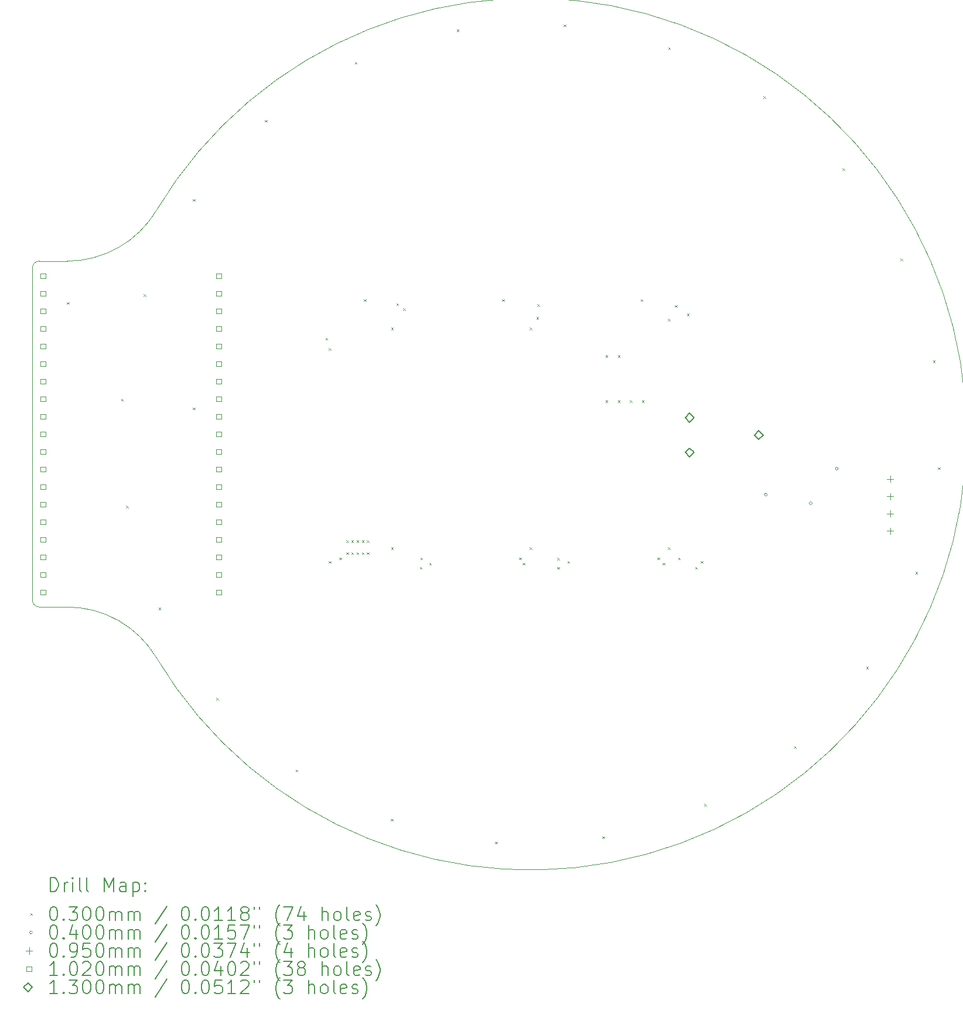
<source format=gbr>
%TF.GenerationSoftware,KiCad,Pcbnew,7.0.8*%
%TF.CreationDate,2023-11-22T21:49:50+11:00*%
%TF.ProjectId,Line 4.3,4c696e65-2034-42e3-932e-6b696361645f,rev?*%
%TF.SameCoordinates,Original*%
%TF.FileFunction,Drillmap*%
%TF.FilePolarity,Positive*%
%FSLAX45Y45*%
G04 Gerber Fmt 4.5, Leading zero omitted, Abs format (unit mm)*
G04 Created by KiCad (PCBNEW 7.0.8) date 2023-11-22 21:49:50*
%MOMM*%
%LPD*%
G01*
G04 APERTURE LIST*
%ADD10C,0.010000*%
%ADD11C,0.200000*%
%ADD12C,0.030000*%
%ADD13C,0.040000*%
%ADD14C,0.095000*%
%ADD15C,0.102000*%
%ADD16C,0.130000*%
G04 APERTURE END LIST*
D10*
X7800000Y-12600000D02*
X7800000Y-17400000D01*
X7900000Y-17500000D02*
X8303732Y-17500000D01*
X8303732Y-12500000D02*
X7900000Y-12500000D01*
X7800000Y-17400000D02*
G75*
G03*
X7900000Y-17500000I100000J0D01*
G01*
X8303732Y-12500000D02*
G75*
G03*
X9591476Y-11769231I1J1499999D01*
G01*
X7900000Y-12500000D02*
G75*
G03*
X7800000Y-12600000I0J-100000D01*
G01*
X9591474Y-18230770D02*
G75*
G03*
X8303732Y-17500000I-1287744J-769230D01*
G01*
X9591476Y-18230769D02*
G75*
G03*
X9591476Y-11769231I5408524J3230769D01*
G01*
D11*
D12*
X8300250Y-13094750D02*
X8330250Y-13124750D01*
X8330250Y-13094750D02*
X8300250Y-13124750D01*
X9080000Y-14490000D02*
X9110000Y-14520000D01*
X9110000Y-14490000D02*
X9080000Y-14520000D01*
X9153093Y-16035193D02*
X9183093Y-16065193D01*
X9183093Y-16035193D02*
X9153093Y-16065193D01*
X9409323Y-12978540D02*
X9439323Y-13008540D01*
X9439323Y-12978540D02*
X9409323Y-13008540D01*
X9623620Y-17508817D02*
X9653620Y-17538817D01*
X9653620Y-17508817D02*
X9623620Y-17538817D01*
X10118620Y-11603817D02*
X10148620Y-11633817D01*
X10148620Y-11603817D02*
X10118620Y-11633817D01*
X10118750Y-14618750D02*
X10148750Y-14648750D01*
X10148750Y-14618750D02*
X10118750Y-14648750D01*
X10459517Y-18810448D02*
X10489517Y-18840448D01*
X10489517Y-18810448D02*
X10459517Y-18840448D01*
X11159552Y-10459517D02*
X11189552Y-10489517D01*
X11189552Y-10459517D02*
X11159552Y-10489517D01*
X11603817Y-19851380D02*
X11633817Y-19881380D01*
X11633817Y-19851380D02*
X11603817Y-19881380D01*
X12035000Y-13610000D02*
X12065000Y-13640000D01*
X12065000Y-13610000D02*
X12035000Y-13640000D01*
X12085000Y-13760000D02*
X12115000Y-13790000D01*
X12115000Y-13760000D02*
X12085000Y-13790000D01*
X12085000Y-16835000D02*
X12115000Y-16865000D01*
X12115000Y-16835000D02*
X12085000Y-16865000D01*
X12235000Y-16785000D02*
X12265000Y-16815000D01*
X12265000Y-16785000D02*
X12235000Y-16815000D01*
X12335000Y-16535000D02*
X12365000Y-16565000D01*
X12365000Y-16535000D02*
X12335000Y-16565000D01*
X12335000Y-16710000D02*
X12365000Y-16740000D01*
X12365000Y-16710000D02*
X12335000Y-16740000D01*
X12410000Y-16535000D02*
X12440000Y-16565000D01*
X12440000Y-16535000D02*
X12410000Y-16565000D01*
X12410000Y-16710000D02*
X12440000Y-16740000D01*
X12440000Y-16710000D02*
X12410000Y-16740000D01*
X12461183Y-9623620D02*
X12491183Y-9653620D01*
X12491183Y-9623620D02*
X12461183Y-9653620D01*
X12485000Y-16535000D02*
X12515000Y-16565000D01*
X12515000Y-16535000D02*
X12485000Y-16565000D01*
X12485000Y-16710000D02*
X12515000Y-16740000D01*
X12515000Y-16710000D02*
X12485000Y-16740000D01*
X12560000Y-16535000D02*
X12590000Y-16565000D01*
X12590000Y-16535000D02*
X12560000Y-16565000D01*
X12560000Y-16710000D02*
X12590000Y-16740000D01*
X12590000Y-16710000D02*
X12560000Y-16740000D01*
X12590000Y-13050000D02*
X12620000Y-13080000D01*
X12620000Y-13050000D02*
X12590000Y-13080000D01*
X12635000Y-16535000D02*
X12665000Y-16565000D01*
X12665000Y-16535000D02*
X12635000Y-16565000D01*
X12635000Y-16710000D02*
X12665000Y-16740000D01*
X12665000Y-16710000D02*
X12635000Y-16740000D01*
X12978540Y-20560677D02*
X13008540Y-20590677D01*
X13008540Y-20560677D02*
X12978540Y-20590677D01*
X12985000Y-13460000D02*
X13015000Y-13490000D01*
X13015000Y-13460000D02*
X12985000Y-13490000D01*
X12985000Y-16635000D02*
X13015000Y-16665000D01*
X13015000Y-16635000D02*
X12985000Y-16665000D01*
X13060000Y-13110000D02*
X13090000Y-13140000D01*
X13090000Y-13110000D02*
X13060000Y-13140000D01*
X13160000Y-13180000D02*
X13190000Y-13210000D01*
X13190000Y-13180000D02*
X13160000Y-13210000D01*
X13400000Y-16920000D02*
X13430000Y-16950000D01*
X13430000Y-16920000D02*
X13400000Y-16950000D01*
X13410000Y-16785000D02*
X13440000Y-16815000D01*
X13440000Y-16785000D02*
X13410000Y-16815000D01*
X13535000Y-16860000D02*
X13565000Y-16890000D01*
X13565000Y-16860000D02*
X13535000Y-16890000D01*
X13934807Y-9153093D02*
X13964807Y-9183093D01*
X13964807Y-9153093D02*
X13934807Y-9183093D01*
X14490000Y-20890000D02*
X14520000Y-20920000D01*
X14520000Y-20890000D02*
X14490000Y-20920000D01*
X14590000Y-13050000D02*
X14620000Y-13080000D01*
X14620000Y-13050000D02*
X14590000Y-13080000D01*
X14835000Y-16785000D02*
X14865000Y-16815000D01*
X14865000Y-16785000D02*
X14835000Y-16815000D01*
X14885000Y-16860000D02*
X14915000Y-16890000D01*
X14915000Y-16860000D02*
X14885000Y-16890000D01*
X14985000Y-13460000D02*
X15015000Y-13490000D01*
X15015000Y-13460000D02*
X14985000Y-13490000D01*
X14985000Y-16635000D02*
X15015000Y-16665000D01*
X15015000Y-16635000D02*
X14985000Y-16665000D01*
X15085000Y-13310000D02*
X15115000Y-13340000D01*
X15115000Y-13310000D02*
X15085000Y-13340000D01*
X15097500Y-13122500D02*
X15127500Y-13152500D01*
X15127500Y-13122500D02*
X15097500Y-13152500D01*
X15385000Y-16790000D02*
X15415000Y-16820000D01*
X15415000Y-16790000D02*
X15385000Y-16820000D01*
X15385000Y-16920000D02*
X15415000Y-16950000D01*
X15415000Y-16920000D02*
X15385000Y-16950000D01*
X15480000Y-9080000D02*
X15510000Y-9110000D01*
X15510000Y-9080000D02*
X15480000Y-9110000D01*
X15535000Y-16835000D02*
X15565000Y-16865000D01*
X15565000Y-16835000D02*
X15535000Y-16865000D01*
X16035193Y-20816907D02*
X16065193Y-20846907D01*
X16065193Y-20816907D02*
X16035193Y-20846907D01*
X16085000Y-13860000D02*
X16115000Y-13890000D01*
X16115000Y-13860000D02*
X16085000Y-13890000D01*
X16085000Y-14510000D02*
X16115000Y-14540000D01*
X16115000Y-14510000D02*
X16085000Y-14540000D01*
X16260000Y-13860000D02*
X16290000Y-13890000D01*
X16290000Y-13860000D02*
X16260000Y-13890000D01*
X16260000Y-14510000D02*
X16290000Y-14540000D01*
X16290000Y-14510000D02*
X16260000Y-14540000D01*
X16435000Y-14510000D02*
X16465000Y-14540000D01*
X16465000Y-14510000D02*
X16435000Y-14540000D01*
X16590000Y-13050000D02*
X16620000Y-13080000D01*
X16620000Y-13050000D02*
X16590000Y-13080000D01*
X16610000Y-14510000D02*
X16640000Y-14540000D01*
X16640000Y-14510000D02*
X16610000Y-14540000D01*
X16835000Y-16785000D02*
X16865000Y-16815000D01*
X16865000Y-16785000D02*
X16835000Y-16815000D01*
X16910000Y-16860000D02*
X16940000Y-16890000D01*
X16940000Y-16860000D02*
X16910000Y-16890000D01*
X16985000Y-13335000D02*
X17015000Y-13365000D01*
X17015000Y-13335000D02*
X16985000Y-13365000D01*
X16985000Y-16635000D02*
X17015000Y-16665000D01*
X17015000Y-16635000D02*
X16985000Y-16665000D01*
X16991460Y-9409323D02*
X17021460Y-9439323D01*
X17021460Y-9409323D02*
X16991460Y-9439323D01*
X17085000Y-13135000D02*
X17115000Y-13165000D01*
X17115000Y-13135000D02*
X17085000Y-13165000D01*
X17135000Y-16785000D02*
X17165000Y-16815000D01*
X17165000Y-16785000D02*
X17135000Y-16815000D01*
X17260000Y-13260000D02*
X17290000Y-13290000D01*
X17290000Y-13260000D02*
X17260000Y-13290000D01*
X17380000Y-16920000D02*
X17410000Y-16950000D01*
X17410000Y-16920000D02*
X17380000Y-16950000D01*
X17460000Y-16835000D02*
X17490000Y-16865000D01*
X17490000Y-16835000D02*
X17460000Y-16865000D01*
X17508817Y-20346380D02*
X17538817Y-20376380D01*
X17538817Y-20346380D02*
X17508817Y-20376380D01*
X18366183Y-10118620D02*
X18396183Y-10148620D01*
X18396183Y-10118620D02*
X18366183Y-10148620D01*
X18810448Y-19510483D02*
X18840448Y-19540483D01*
X18840448Y-19510483D02*
X18810448Y-19540483D01*
X19510483Y-11159552D02*
X19540483Y-11189552D01*
X19540483Y-11159552D02*
X19510483Y-11189552D01*
X19851380Y-18366183D02*
X19881380Y-18396183D01*
X19881380Y-18366183D02*
X19851380Y-18396183D01*
X20346380Y-12461183D02*
X20376380Y-12491183D01*
X20376380Y-12461183D02*
X20346380Y-12491183D01*
X20560677Y-16991460D02*
X20590677Y-17021460D01*
X20590677Y-16991460D02*
X20560677Y-17021460D01*
X20816907Y-13934807D02*
X20846907Y-13964807D01*
X20846907Y-13934807D02*
X20816907Y-13964807D01*
X20890000Y-15480000D02*
X20920000Y-15510000D01*
X20920000Y-15480000D02*
X20890000Y-15510000D01*
D13*
X18420000Y-15875000D02*
G75*
G03*
X18420000Y-15875000I-20000J0D01*
G01*
X19070000Y-16000000D02*
G75*
G03*
X19070000Y-16000000I-20000J0D01*
G01*
X19445000Y-15500000D02*
G75*
G03*
X19445000Y-15500000I-20000J0D01*
G01*
D14*
X20197500Y-15602500D02*
X20197500Y-15697500D01*
X20150000Y-15650000D02*
X20245000Y-15650000D01*
X20197500Y-15852500D02*
X20197500Y-15947500D01*
X20150000Y-15900000D02*
X20245000Y-15900000D01*
X20197500Y-16102500D02*
X20197500Y-16197500D01*
X20150000Y-16150000D02*
X20245000Y-16150000D01*
X20197500Y-16352500D02*
X20197500Y-16447500D01*
X20150000Y-16400000D02*
X20245000Y-16400000D01*
D15*
X7991063Y-12751063D02*
X7991063Y-12678937D01*
X7918937Y-12678937D01*
X7918937Y-12751063D01*
X7991063Y-12751063D01*
X7991063Y-13005063D02*
X7991063Y-12932937D01*
X7918937Y-12932937D01*
X7918937Y-13005063D01*
X7991063Y-13005063D01*
X7991063Y-13259063D02*
X7991063Y-13186937D01*
X7918937Y-13186937D01*
X7918937Y-13259063D01*
X7991063Y-13259063D01*
X7991063Y-13513063D02*
X7991063Y-13440937D01*
X7918937Y-13440937D01*
X7918937Y-13513063D01*
X7991063Y-13513063D01*
X7991063Y-13767063D02*
X7991063Y-13694937D01*
X7918937Y-13694937D01*
X7918937Y-13767063D01*
X7991063Y-13767063D01*
X7991063Y-14021063D02*
X7991063Y-13948937D01*
X7918937Y-13948937D01*
X7918937Y-14021063D01*
X7991063Y-14021063D01*
X7991063Y-14275063D02*
X7991063Y-14202937D01*
X7918937Y-14202937D01*
X7918937Y-14275063D01*
X7991063Y-14275063D01*
X7991063Y-14529063D02*
X7991063Y-14456937D01*
X7918937Y-14456937D01*
X7918937Y-14529063D01*
X7991063Y-14529063D01*
X7991063Y-14783063D02*
X7991063Y-14710937D01*
X7918937Y-14710937D01*
X7918937Y-14783063D01*
X7991063Y-14783063D01*
X7991063Y-15037063D02*
X7991063Y-14964937D01*
X7918937Y-14964937D01*
X7918937Y-15037063D01*
X7991063Y-15037063D01*
X7991063Y-15291063D02*
X7991063Y-15218937D01*
X7918937Y-15218937D01*
X7918937Y-15291063D01*
X7991063Y-15291063D01*
X7991063Y-15545063D02*
X7991063Y-15472937D01*
X7918937Y-15472937D01*
X7918937Y-15545063D01*
X7991063Y-15545063D01*
X7991063Y-15799063D02*
X7991063Y-15726937D01*
X7918937Y-15726937D01*
X7918937Y-15799063D01*
X7991063Y-15799063D01*
X7991063Y-16053063D02*
X7991063Y-15980937D01*
X7918937Y-15980937D01*
X7918937Y-16053063D01*
X7991063Y-16053063D01*
X7991063Y-16307063D02*
X7991063Y-16234937D01*
X7918937Y-16234937D01*
X7918937Y-16307063D01*
X7991063Y-16307063D01*
X7991063Y-16561063D02*
X7991063Y-16488937D01*
X7918937Y-16488937D01*
X7918937Y-16561063D01*
X7991063Y-16561063D01*
X7991063Y-16815063D02*
X7991063Y-16742937D01*
X7918937Y-16742937D01*
X7918937Y-16815063D01*
X7991063Y-16815063D01*
X7991063Y-17069063D02*
X7991063Y-16996937D01*
X7918937Y-16996937D01*
X7918937Y-17069063D01*
X7991063Y-17069063D01*
X7991063Y-17323063D02*
X7991063Y-17250937D01*
X7918937Y-17250937D01*
X7918937Y-17323063D01*
X7991063Y-17323063D01*
X10531063Y-12751063D02*
X10531063Y-12678937D01*
X10458937Y-12678937D01*
X10458937Y-12751063D01*
X10531063Y-12751063D01*
X10531063Y-13005063D02*
X10531063Y-12932937D01*
X10458937Y-12932937D01*
X10458937Y-13005063D01*
X10531063Y-13005063D01*
X10531063Y-13259063D02*
X10531063Y-13186937D01*
X10458937Y-13186937D01*
X10458937Y-13259063D01*
X10531063Y-13259063D01*
X10531063Y-13513063D02*
X10531063Y-13440937D01*
X10458937Y-13440937D01*
X10458937Y-13513063D01*
X10531063Y-13513063D01*
X10531063Y-13767063D02*
X10531063Y-13694937D01*
X10458937Y-13694937D01*
X10458937Y-13767063D01*
X10531063Y-13767063D01*
X10531063Y-14021063D02*
X10531063Y-13948937D01*
X10458937Y-13948937D01*
X10458937Y-14021063D01*
X10531063Y-14021063D01*
X10531063Y-14275063D02*
X10531063Y-14202937D01*
X10458937Y-14202937D01*
X10458937Y-14275063D01*
X10531063Y-14275063D01*
X10531063Y-14529063D02*
X10531063Y-14456937D01*
X10458937Y-14456937D01*
X10458937Y-14529063D01*
X10531063Y-14529063D01*
X10531063Y-14783063D02*
X10531063Y-14710937D01*
X10458937Y-14710937D01*
X10458937Y-14783063D01*
X10531063Y-14783063D01*
X10531063Y-15037063D02*
X10531063Y-14964937D01*
X10458937Y-14964937D01*
X10458937Y-15037063D01*
X10531063Y-15037063D01*
X10531063Y-15291063D02*
X10531063Y-15218937D01*
X10458937Y-15218937D01*
X10458937Y-15291063D01*
X10531063Y-15291063D01*
X10531063Y-15545063D02*
X10531063Y-15472937D01*
X10458937Y-15472937D01*
X10458937Y-15545063D01*
X10531063Y-15545063D01*
X10531063Y-15799063D02*
X10531063Y-15726937D01*
X10458937Y-15726937D01*
X10458937Y-15799063D01*
X10531063Y-15799063D01*
X10531063Y-16053063D02*
X10531063Y-15980937D01*
X10458937Y-15980937D01*
X10458937Y-16053063D01*
X10531063Y-16053063D01*
X10531063Y-16307063D02*
X10531063Y-16234937D01*
X10458937Y-16234937D01*
X10458937Y-16307063D01*
X10531063Y-16307063D01*
X10531063Y-16561063D02*
X10531063Y-16488937D01*
X10458937Y-16488937D01*
X10458937Y-16561063D01*
X10531063Y-16561063D01*
X10531063Y-16815063D02*
X10531063Y-16742937D01*
X10458937Y-16742937D01*
X10458937Y-16815063D01*
X10531063Y-16815063D01*
X10531063Y-17069063D02*
X10531063Y-16996937D01*
X10458937Y-16996937D01*
X10458937Y-17069063D01*
X10531063Y-17069063D01*
X10531063Y-17323063D02*
X10531063Y-17250937D01*
X10458937Y-17250937D01*
X10458937Y-17323063D01*
X10531063Y-17323063D01*
D16*
X17300000Y-14830000D02*
X17365000Y-14765000D01*
X17300000Y-14700000D01*
X17235000Y-14765000D01*
X17300000Y-14830000D01*
X17300000Y-15330000D02*
X17365000Y-15265000D01*
X17300000Y-15200000D01*
X17235000Y-15265000D01*
X17300000Y-15330000D01*
X18300000Y-15080000D02*
X18365000Y-15015000D01*
X18300000Y-14950000D01*
X18235000Y-15015000D01*
X18300000Y-15080000D01*
D11*
X8060277Y-21611984D02*
X8060277Y-21411984D01*
X8060277Y-21411984D02*
X8107896Y-21411984D01*
X8107896Y-21411984D02*
X8136467Y-21421508D01*
X8136467Y-21421508D02*
X8155515Y-21440555D01*
X8155515Y-21440555D02*
X8165039Y-21459603D01*
X8165039Y-21459603D02*
X8174562Y-21497698D01*
X8174562Y-21497698D02*
X8174562Y-21526269D01*
X8174562Y-21526269D02*
X8165039Y-21564365D01*
X8165039Y-21564365D02*
X8155515Y-21583412D01*
X8155515Y-21583412D02*
X8136467Y-21602460D01*
X8136467Y-21602460D02*
X8107896Y-21611984D01*
X8107896Y-21611984D02*
X8060277Y-21611984D01*
X8260277Y-21611984D02*
X8260277Y-21478650D01*
X8260277Y-21516746D02*
X8269801Y-21497698D01*
X8269801Y-21497698D02*
X8279324Y-21488174D01*
X8279324Y-21488174D02*
X8298372Y-21478650D01*
X8298372Y-21478650D02*
X8317420Y-21478650D01*
X8384086Y-21611984D02*
X8384086Y-21478650D01*
X8384086Y-21411984D02*
X8374562Y-21421508D01*
X8374562Y-21421508D02*
X8384086Y-21431031D01*
X8384086Y-21431031D02*
X8393610Y-21421508D01*
X8393610Y-21421508D02*
X8384086Y-21411984D01*
X8384086Y-21411984D02*
X8384086Y-21431031D01*
X8507896Y-21611984D02*
X8488848Y-21602460D01*
X8488848Y-21602460D02*
X8479324Y-21583412D01*
X8479324Y-21583412D02*
X8479324Y-21411984D01*
X8612658Y-21611984D02*
X8593610Y-21602460D01*
X8593610Y-21602460D02*
X8584086Y-21583412D01*
X8584086Y-21583412D02*
X8584086Y-21411984D01*
X8841229Y-21611984D02*
X8841229Y-21411984D01*
X8841229Y-21411984D02*
X8907896Y-21554841D01*
X8907896Y-21554841D02*
X8974563Y-21411984D01*
X8974563Y-21411984D02*
X8974563Y-21611984D01*
X9155515Y-21611984D02*
X9155515Y-21507222D01*
X9155515Y-21507222D02*
X9145991Y-21488174D01*
X9145991Y-21488174D02*
X9126944Y-21478650D01*
X9126944Y-21478650D02*
X9088848Y-21478650D01*
X9088848Y-21478650D02*
X9069801Y-21488174D01*
X9155515Y-21602460D02*
X9136467Y-21611984D01*
X9136467Y-21611984D02*
X9088848Y-21611984D01*
X9088848Y-21611984D02*
X9069801Y-21602460D01*
X9069801Y-21602460D02*
X9060277Y-21583412D01*
X9060277Y-21583412D02*
X9060277Y-21564365D01*
X9060277Y-21564365D02*
X9069801Y-21545317D01*
X9069801Y-21545317D02*
X9088848Y-21535793D01*
X9088848Y-21535793D02*
X9136467Y-21535793D01*
X9136467Y-21535793D02*
X9155515Y-21526269D01*
X9250753Y-21478650D02*
X9250753Y-21678650D01*
X9250753Y-21488174D02*
X9269801Y-21478650D01*
X9269801Y-21478650D02*
X9307896Y-21478650D01*
X9307896Y-21478650D02*
X9326944Y-21488174D01*
X9326944Y-21488174D02*
X9336467Y-21497698D01*
X9336467Y-21497698D02*
X9345991Y-21516746D01*
X9345991Y-21516746D02*
X9345991Y-21573888D01*
X9345991Y-21573888D02*
X9336467Y-21592936D01*
X9336467Y-21592936D02*
X9326944Y-21602460D01*
X9326944Y-21602460D02*
X9307896Y-21611984D01*
X9307896Y-21611984D02*
X9269801Y-21611984D01*
X9269801Y-21611984D02*
X9250753Y-21602460D01*
X9431705Y-21592936D02*
X9441229Y-21602460D01*
X9441229Y-21602460D02*
X9431705Y-21611984D01*
X9431705Y-21611984D02*
X9422182Y-21602460D01*
X9422182Y-21602460D02*
X9431705Y-21592936D01*
X9431705Y-21592936D02*
X9431705Y-21611984D01*
X9431705Y-21488174D02*
X9441229Y-21497698D01*
X9441229Y-21497698D02*
X9431705Y-21507222D01*
X9431705Y-21507222D02*
X9422182Y-21497698D01*
X9422182Y-21497698D02*
X9431705Y-21488174D01*
X9431705Y-21488174D02*
X9431705Y-21507222D01*
D12*
X7769500Y-21925500D02*
X7799500Y-21955500D01*
X7799500Y-21925500D02*
X7769500Y-21955500D01*
D11*
X8098372Y-21831984D02*
X8117420Y-21831984D01*
X8117420Y-21831984D02*
X8136467Y-21841508D01*
X8136467Y-21841508D02*
X8145991Y-21851031D01*
X8145991Y-21851031D02*
X8155515Y-21870079D01*
X8155515Y-21870079D02*
X8165039Y-21908174D01*
X8165039Y-21908174D02*
X8165039Y-21955793D01*
X8165039Y-21955793D02*
X8155515Y-21993888D01*
X8155515Y-21993888D02*
X8145991Y-22012936D01*
X8145991Y-22012936D02*
X8136467Y-22022460D01*
X8136467Y-22022460D02*
X8117420Y-22031984D01*
X8117420Y-22031984D02*
X8098372Y-22031984D01*
X8098372Y-22031984D02*
X8079324Y-22022460D01*
X8079324Y-22022460D02*
X8069801Y-22012936D01*
X8069801Y-22012936D02*
X8060277Y-21993888D01*
X8060277Y-21993888D02*
X8050753Y-21955793D01*
X8050753Y-21955793D02*
X8050753Y-21908174D01*
X8050753Y-21908174D02*
X8060277Y-21870079D01*
X8060277Y-21870079D02*
X8069801Y-21851031D01*
X8069801Y-21851031D02*
X8079324Y-21841508D01*
X8079324Y-21841508D02*
X8098372Y-21831984D01*
X8250753Y-22012936D02*
X8260277Y-22022460D01*
X8260277Y-22022460D02*
X8250753Y-22031984D01*
X8250753Y-22031984D02*
X8241229Y-22022460D01*
X8241229Y-22022460D02*
X8250753Y-22012936D01*
X8250753Y-22012936D02*
X8250753Y-22031984D01*
X8326943Y-21831984D02*
X8450753Y-21831984D01*
X8450753Y-21831984D02*
X8384086Y-21908174D01*
X8384086Y-21908174D02*
X8412658Y-21908174D01*
X8412658Y-21908174D02*
X8431705Y-21917698D01*
X8431705Y-21917698D02*
X8441229Y-21927222D01*
X8441229Y-21927222D02*
X8450753Y-21946269D01*
X8450753Y-21946269D02*
X8450753Y-21993888D01*
X8450753Y-21993888D02*
X8441229Y-22012936D01*
X8441229Y-22012936D02*
X8431705Y-22022460D01*
X8431705Y-22022460D02*
X8412658Y-22031984D01*
X8412658Y-22031984D02*
X8355515Y-22031984D01*
X8355515Y-22031984D02*
X8336467Y-22022460D01*
X8336467Y-22022460D02*
X8326943Y-22012936D01*
X8574563Y-21831984D02*
X8593610Y-21831984D01*
X8593610Y-21831984D02*
X8612658Y-21841508D01*
X8612658Y-21841508D02*
X8622182Y-21851031D01*
X8622182Y-21851031D02*
X8631705Y-21870079D01*
X8631705Y-21870079D02*
X8641229Y-21908174D01*
X8641229Y-21908174D02*
X8641229Y-21955793D01*
X8641229Y-21955793D02*
X8631705Y-21993888D01*
X8631705Y-21993888D02*
X8622182Y-22012936D01*
X8622182Y-22012936D02*
X8612658Y-22022460D01*
X8612658Y-22022460D02*
X8593610Y-22031984D01*
X8593610Y-22031984D02*
X8574563Y-22031984D01*
X8574563Y-22031984D02*
X8555515Y-22022460D01*
X8555515Y-22022460D02*
X8545991Y-22012936D01*
X8545991Y-22012936D02*
X8536467Y-21993888D01*
X8536467Y-21993888D02*
X8526944Y-21955793D01*
X8526944Y-21955793D02*
X8526944Y-21908174D01*
X8526944Y-21908174D02*
X8536467Y-21870079D01*
X8536467Y-21870079D02*
X8545991Y-21851031D01*
X8545991Y-21851031D02*
X8555515Y-21841508D01*
X8555515Y-21841508D02*
X8574563Y-21831984D01*
X8765039Y-21831984D02*
X8784086Y-21831984D01*
X8784086Y-21831984D02*
X8803134Y-21841508D01*
X8803134Y-21841508D02*
X8812658Y-21851031D01*
X8812658Y-21851031D02*
X8822182Y-21870079D01*
X8822182Y-21870079D02*
X8831705Y-21908174D01*
X8831705Y-21908174D02*
X8831705Y-21955793D01*
X8831705Y-21955793D02*
X8822182Y-21993888D01*
X8822182Y-21993888D02*
X8812658Y-22012936D01*
X8812658Y-22012936D02*
X8803134Y-22022460D01*
X8803134Y-22022460D02*
X8784086Y-22031984D01*
X8784086Y-22031984D02*
X8765039Y-22031984D01*
X8765039Y-22031984D02*
X8745991Y-22022460D01*
X8745991Y-22022460D02*
X8736467Y-22012936D01*
X8736467Y-22012936D02*
X8726944Y-21993888D01*
X8726944Y-21993888D02*
X8717420Y-21955793D01*
X8717420Y-21955793D02*
X8717420Y-21908174D01*
X8717420Y-21908174D02*
X8726944Y-21870079D01*
X8726944Y-21870079D02*
X8736467Y-21851031D01*
X8736467Y-21851031D02*
X8745991Y-21841508D01*
X8745991Y-21841508D02*
X8765039Y-21831984D01*
X8917420Y-22031984D02*
X8917420Y-21898650D01*
X8917420Y-21917698D02*
X8926944Y-21908174D01*
X8926944Y-21908174D02*
X8945991Y-21898650D01*
X8945991Y-21898650D02*
X8974563Y-21898650D01*
X8974563Y-21898650D02*
X8993610Y-21908174D01*
X8993610Y-21908174D02*
X9003134Y-21927222D01*
X9003134Y-21927222D02*
X9003134Y-22031984D01*
X9003134Y-21927222D02*
X9012658Y-21908174D01*
X9012658Y-21908174D02*
X9031705Y-21898650D01*
X9031705Y-21898650D02*
X9060277Y-21898650D01*
X9060277Y-21898650D02*
X9079325Y-21908174D01*
X9079325Y-21908174D02*
X9088848Y-21927222D01*
X9088848Y-21927222D02*
X9088848Y-22031984D01*
X9184086Y-22031984D02*
X9184086Y-21898650D01*
X9184086Y-21917698D02*
X9193610Y-21908174D01*
X9193610Y-21908174D02*
X9212658Y-21898650D01*
X9212658Y-21898650D02*
X9241229Y-21898650D01*
X9241229Y-21898650D02*
X9260277Y-21908174D01*
X9260277Y-21908174D02*
X9269801Y-21927222D01*
X9269801Y-21927222D02*
X9269801Y-22031984D01*
X9269801Y-21927222D02*
X9279325Y-21908174D01*
X9279325Y-21908174D02*
X9298372Y-21898650D01*
X9298372Y-21898650D02*
X9326944Y-21898650D01*
X9326944Y-21898650D02*
X9345991Y-21908174D01*
X9345991Y-21908174D02*
X9355515Y-21927222D01*
X9355515Y-21927222D02*
X9355515Y-22031984D01*
X9745991Y-21822460D02*
X9574563Y-22079603D01*
X10003134Y-21831984D02*
X10022182Y-21831984D01*
X10022182Y-21831984D02*
X10041229Y-21841508D01*
X10041229Y-21841508D02*
X10050753Y-21851031D01*
X10050753Y-21851031D02*
X10060277Y-21870079D01*
X10060277Y-21870079D02*
X10069801Y-21908174D01*
X10069801Y-21908174D02*
X10069801Y-21955793D01*
X10069801Y-21955793D02*
X10060277Y-21993888D01*
X10060277Y-21993888D02*
X10050753Y-22012936D01*
X10050753Y-22012936D02*
X10041229Y-22022460D01*
X10041229Y-22022460D02*
X10022182Y-22031984D01*
X10022182Y-22031984D02*
X10003134Y-22031984D01*
X10003134Y-22031984D02*
X9984087Y-22022460D01*
X9984087Y-22022460D02*
X9974563Y-22012936D01*
X9974563Y-22012936D02*
X9965039Y-21993888D01*
X9965039Y-21993888D02*
X9955515Y-21955793D01*
X9955515Y-21955793D02*
X9955515Y-21908174D01*
X9955515Y-21908174D02*
X9965039Y-21870079D01*
X9965039Y-21870079D02*
X9974563Y-21851031D01*
X9974563Y-21851031D02*
X9984087Y-21841508D01*
X9984087Y-21841508D02*
X10003134Y-21831984D01*
X10155515Y-22012936D02*
X10165039Y-22022460D01*
X10165039Y-22022460D02*
X10155515Y-22031984D01*
X10155515Y-22031984D02*
X10145991Y-22022460D01*
X10145991Y-22022460D02*
X10155515Y-22012936D01*
X10155515Y-22012936D02*
X10155515Y-22031984D01*
X10288848Y-21831984D02*
X10307896Y-21831984D01*
X10307896Y-21831984D02*
X10326944Y-21841508D01*
X10326944Y-21841508D02*
X10336468Y-21851031D01*
X10336468Y-21851031D02*
X10345991Y-21870079D01*
X10345991Y-21870079D02*
X10355515Y-21908174D01*
X10355515Y-21908174D02*
X10355515Y-21955793D01*
X10355515Y-21955793D02*
X10345991Y-21993888D01*
X10345991Y-21993888D02*
X10336468Y-22012936D01*
X10336468Y-22012936D02*
X10326944Y-22022460D01*
X10326944Y-22022460D02*
X10307896Y-22031984D01*
X10307896Y-22031984D02*
X10288848Y-22031984D01*
X10288848Y-22031984D02*
X10269801Y-22022460D01*
X10269801Y-22022460D02*
X10260277Y-22012936D01*
X10260277Y-22012936D02*
X10250753Y-21993888D01*
X10250753Y-21993888D02*
X10241229Y-21955793D01*
X10241229Y-21955793D02*
X10241229Y-21908174D01*
X10241229Y-21908174D02*
X10250753Y-21870079D01*
X10250753Y-21870079D02*
X10260277Y-21851031D01*
X10260277Y-21851031D02*
X10269801Y-21841508D01*
X10269801Y-21841508D02*
X10288848Y-21831984D01*
X10545991Y-22031984D02*
X10431706Y-22031984D01*
X10488848Y-22031984D02*
X10488848Y-21831984D01*
X10488848Y-21831984D02*
X10469801Y-21860555D01*
X10469801Y-21860555D02*
X10450753Y-21879603D01*
X10450753Y-21879603D02*
X10431706Y-21889127D01*
X10736468Y-22031984D02*
X10622182Y-22031984D01*
X10679325Y-22031984D02*
X10679325Y-21831984D01*
X10679325Y-21831984D02*
X10660277Y-21860555D01*
X10660277Y-21860555D02*
X10641229Y-21879603D01*
X10641229Y-21879603D02*
X10622182Y-21889127D01*
X10850753Y-21917698D02*
X10831706Y-21908174D01*
X10831706Y-21908174D02*
X10822182Y-21898650D01*
X10822182Y-21898650D02*
X10812658Y-21879603D01*
X10812658Y-21879603D02*
X10812658Y-21870079D01*
X10812658Y-21870079D02*
X10822182Y-21851031D01*
X10822182Y-21851031D02*
X10831706Y-21841508D01*
X10831706Y-21841508D02*
X10850753Y-21831984D01*
X10850753Y-21831984D02*
X10888849Y-21831984D01*
X10888849Y-21831984D02*
X10907896Y-21841508D01*
X10907896Y-21841508D02*
X10917420Y-21851031D01*
X10917420Y-21851031D02*
X10926944Y-21870079D01*
X10926944Y-21870079D02*
X10926944Y-21879603D01*
X10926944Y-21879603D02*
X10917420Y-21898650D01*
X10917420Y-21898650D02*
X10907896Y-21908174D01*
X10907896Y-21908174D02*
X10888849Y-21917698D01*
X10888849Y-21917698D02*
X10850753Y-21917698D01*
X10850753Y-21917698D02*
X10831706Y-21927222D01*
X10831706Y-21927222D02*
X10822182Y-21936746D01*
X10822182Y-21936746D02*
X10812658Y-21955793D01*
X10812658Y-21955793D02*
X10812658Y-21993888D01*
X10812658Y-21993888D02*
X10822182Y-22012936D01*
X10822182Y-22012936D02*
X10831706Y-22022460D01*
X10831706Y-22022460D02*
X10850753Y-22031984D01*
X10850753Y-22031984D02*
X10888849Y-22031984D01*
X10888849Y-22031984D02*
X10907896Y-22022460D01*
X10907896Y-22022460D02*
X10917420Y-22012936D01*
X10917420Y-22012936D02*
X10926944Y-21993888D01*
X10926944Y-21993888D02*
X10926944Y-21955793D01*
X10926944Y-21955793D02*
X10917420Y-21936746D01*
X10917420Y-21936746D02*
X10907896Y-21927222D01*
X10907896Y-21927222D02*
X10888849Y-21917698D01*
X11003134Y-21831984D02*
X11003134Y-21870079D01*
X11079325Y-21831984D02*
X11079325Y-21870079D01*
X11374563Y-22108174D02*
X11365039Y-22098650D01*
X11365039Y-22098650D02*
X11345991Y-22070079D01*
X11345991Y-22070079D02*
X11336468Y-22051031D01*
X11336468Y-22051031D02*
X11326944Y-22022460D01*
X11326944Y-22022460D02*
X11317420Y-21974841D01*
X11317420Y-21974841D02*
X11317420Y-21936746D01*
X11317420Y-21936746D02*
X11326944Y-21889127D01*
X11326944Y-21889127D02*
X11336468Y-21860555D01*
X11336468Y-21860555D02*
X11345991Y-21841508D01*
X11345991Y-21841508D02*
X11365039Y-21812936D01*
X11365039Y-21812936D02*
X11374563Y-21803412D01*
X11431706Y-21831984D02*
X11565039Y-21831984D01*
X11565039Y-21831984D02*
X11479325Y-22031984D01*
X11726944Y-21898650D02*
X11726944Y-22031984D01*
X11679325Y-21822460D02*
X11631706Y-21965317D01*
X11631706Y-21965317D02*
X11755515Y-21965317D01*
X11984087Y-22031984D02*
X11984087Y-21831984D01*
X12069801Y-22031984D02*
X12069801Y-21927222D01*
X12069801Y-21927222D02*
X12060277Y-21908174D01*
X12060277Y-21908174D02*
X12041230Y-21898650D01*
X12041230Y-21898650D02*
X12012658Y-21898650D01*
X12012658Y-21898650D02*
X11993610Y-21908174D01*
X11993610Y-21908174D02*
X11984087Y-21917698D01*
X12193610Y-22031984D02*
X12174563Y-22022460D01*
X12174563Y-22022460D02*
X12165039Y-22012936D01*
X12165039Y-22012936D02*
X12155515Y-21993888D01*
X12155515Y-21993888D02*
X12155515Y-21936746D01*
X12155515Y-21936746D02*
X12165039Y-21917698D01*
X12165039Y-21917698D02*
X12174563Y-21908174D01*
X12174563Y-21908174D02*
X12193610Y-21898650D01*
X12193610Y-21898650D02*
X12222182Y-21898650D01*
X12222182Y-21898650D02*
X12241230Y-21908174D01*
X12241230Y-21908174D02*
X12250753Y-21917698D01*
X12250753Y-21917698D02*
X12260277Y-21936746D01*
X12260277Y-21936746D02*
X12260277Y-21993888D01*
X12260277Y-21993888D02*
X12250753Y-22012936D01*
X12250753Y-22012936D02*
X12241230Y-22022460D01*
X12241230Y-22022460D02*
X12222182Y-22031984D01*
X12222182Y-22031984D02*
X12193610Y-22031984D01*
X12374563Y-22031984D02*
X12355515Y-22022460D01*
X12355515Y-22022460D02*
X12345991Y-22003412D01*
X12345991Y-22003412D02*
X12345991Y-21831984D01*
X12526944Y-22022460D02*
X12507896Y-22031984D01*
X12507896Y-22031984D02*
X12469801Y-22031984D01*
X12469801Y-22031984D02*
X12450753Y-22022460D01*
X12450753Y-22022460D02*
X12441230Y-22003412D01*
X12441230Y-22003412D02*
X12441230Y-21927222D01*
X12441230Y-21927222D02*
X12450753Y-21908174D01*
X12450753Y-21908174D02*
X12469801Y-21898650D01*
X12469801Y-21898650D02*
X12507896Y-21898650D01*
X12507896Y-21898650D02*
X12526944Y-21908174D01*
X12526944Y-21908174D02*
X12536468Y-21927222D01*
X12536468Y-21927222D02*
X12536468Y-21946269D01*
X12536468Y-21946269D02*
X12441230Y-21965317D01*
X12612658Y-22022460D02*
X12631706Y-22031984D01*
X12631706Y-22031984D02*
X12669801Y-22031984D01*
X12669801Y-22031984D02*
X12688849Y-22022460D01*
X12688849Y-22022460D02*
X12698372Y-22003412D01*
X12698372Y-22003412D02*
X12698372Y-21993888D01*
X12698372Y-21993888D02*
X12688849Y-21974841D01*
X12688849Y-21974841D02*
X12669801Y-21965317D01*
X12669801Y-21965317D02*
X12641230Y-21965317D01*
X12641230Y-21965317D02*
X12622182Y-21955793D01*
X12622182Y-21955793D02*
X12612658Y-21936746D01*
X12612658Y-21936746D02*
X12612658Y-21927222D01*
X12612658Y-21927222D02*
X12622182Y-21908174D01*
X12622182Y-21908174D02*
X12641230Y-21898650D01*
X12641230Y-21898650D02*
X12669801Y-21898650D01*
X12669801Y-21898650D02*
X12688849Y-21908174D01*
X12765039Y-22108174D02*
X12774563Y-22098650D01*
X12774563Y-22098650D02*
X12793611Y-22070079D01*
X12793611Y-22070079D02*
X12803134Y-22051031D01*
X12803134Y-22051031D02*
X12812658Y-22022460D01*
X12812658Y-22022460D02*
X12822182Y-21974841D01*
X12822182Y-21974841D02*
X12822182Y-21936746D01*
X12822182Y-21936746D02*
X12812658Y-21889127D01*
X12812658Y-21889127D02*
X12803134Y-21860555D01*
X12803134Y-21860555D02*
X12793611Y-21841508D01*
X12793611Y-21841508D02*
X12774563Y-21812936D01*
X12774563Y-21812936D02*
X12765039Y-21803412D01*
D13*
X7799500Y-22204500D02*
G75*
G03*
X7799500Y-22204500I-20000J0D01*
G01*
D11*
X8098372Y-22095984D02*
X8117420Y-22095984D01*
X8117420Y-22095984D02*
X8136467Y-22105508D01*
X8136467Y-22105508D02*
X8145991Y-22115031D01*
X8145991Y-22115031D02*
X8155515Y-22134079D01*
X8155515Y-22134079D02*
X8165039Y-22172174D01*
X8165039Y-22172174D02*
X8165039Y-22219793D01*
X8165039Y-22219793D02*
X8155515Y-22257888D01*
X8155515Y-22257888D02*
X8145991Y-22276936D01*
X8145991Y-22276936D02*
X8136467Y-22286460D01*
X8136467Y-22286460D02*
X8117420Y-22295984D01*
X8117420Y-22295984D02*
X8098372Y-22295984D01*
X8098372Y-22295984D02*
X8079324Y-22286460D01*
X8079324Y-22286460D02*
X8069801Y-22276936D01*
X8069801Y-22276936D02*
X8060277Y-22257888D01*
X8060277Y-22257888D02*
X8050753Y-22219793D01*
X8050753Y-22219793D02*
X8050753Y-22172174D01*
X8050753Y-22172174D02*
X8060277Y-22134079D01*
X8060277Y-22134079D02*
X8069801Y-22115031D01*
X8069801Y-22115031D02*
X8079324Y-22105508D01*
X8079324Y-22105508D02*
X8098372Y-22095984D01*
X8250753Y-22276936D02*
X8260277Y-22286460D01*
X8260277Y-22286460D02*
X8250753Y-22295984D01*
X8250753Y-22295984D02*
X8241229Y-22286460D01*
X8241229Y-22286460D02*
X8250753Y-22276936D01*
X8250753Y-22276936D02*
X8250753Y-22295984D01*
X8431705Y-22162650D02*
X8431705Y-22295984D01*
X8384086Y-22086460D02*
X8336467Y-22229317D01*
X8336467Y-22229317D02*
X8460277Y-22229317D01*
X8574563Y-22095984D02*
X8593610Y-22095984D01*
X8593610Y-22095984D02*
X8612658Y-22105508D01*
X8612658Y-22105508D02*
X8622182Y-22115031D01*
X8622182Y-22115031D02*
X8631705Y-22134079D01*
X8631705Y-22134079D02*
X8641229Y-22172174D01*
X8641229Y-22172174D02*
X8641229Y-22219793D01*
X8641229Y-22219793D02*
X8631705Y-22257888D01*
X8631705Y-22257888D02*
X8622182Y-22276936D01*
X8622182Y-22276936D02*
X8612658Y-22286460D01*
X8612658Y-22286460D02*
X8593610Y-22295984D01*
X8593610Y-22295984D02*
X8574563Y-22295984D01*
X8574563Y-22295984D02*
X8555515Y-22286460D01*
X8555515Y-22286460D02*
X8545991Y-22276936D01*
X8545991Y-22276936D02*
X8536467Y-22257888D01*
X8536467Y-22257888D02*
X8526944Y-22219793D01*
X8526944Y-22219793D02*
X8526944Y-22172174D01*
X8526944Y-22172174D02*
X8536467Y-22134079D01*
X8536467Y-22134079D02*
X8545991Y-22115031D01*
X8545991Y-22115031D02*
X8555515Y-22105508D01*
X8555515Y-22105508D02*
X8574563Y-22095984D01*
X8765039Y-22095984D02*
X8784086Y-22095984D01*
X8784086Y-22095984D02*
X8803134Y-22105508D01*
X8803134Y-22105508D02*
X8812658Y-22115031D01*
X8812658Y-22115031D02*
X8822182Y-22134079D01*
X8822182Y-22134079D02*
X8831705Y-22172174D01*
X8831705Y-22172174D02*
X8831705Y-22219793D01*
X8831705Y-22219793D02*
X8822182Y-22257888D01*
X8822182Y-22257888D02*
X8812658Y-22276936D01*
X8812658Y-22276936D02*
X8803134Y-22286460D01*
X8803134Y-22286460D02*
X8784086Y-22295984D01*
X8784086Y-22295984D02*
X8765039Y-22295984D01*
X8765039Y-22295984D02*
X8745991Y-22286460D01*
X8745991Y-22286460D02*
X8736467Y-22276936D01*
X8736467Y-22276936D02*
X8726944Y-22257888D01*
X8726944Y-22257888D02*
X8717420Y-22219793D01*
X8717420Y-22219793D02*
X8717420Y-22172174D01*
X8717420Y-22172174D02*
X8726944Y-22134079D01*
X8726944Y-22134079D02*
X8736467Y-22115031D01*
X8736467Y-22115031D02*
X8745991Y-22105508D01*
X8745991Y-22105508D02*
X8765039Y-22095984D01*
X8917420Y-22295984D02*
X8917420Y-22162650D01*
X8917420Y-22181698D02*
X8926944Y-22172174D01*
X8926944Y-22172174D02*
X8945991Y-22162650D01*
X8945991Y-22162650D02*
X8974563Y-22162650D01*
X8974563Y-22162650D02*
X8993610Y-22172174D01*
X8993610Y-22172174D02*
X9003134Y-22191222D01*
X9003134Y-22191222D02*
X9003134Y-22295984D01*
X9003134Y-22191222D02*
X9012658Y-22172174D01*
X9012658Y-22172174D02*
X9031705Y-22162650D01*
X9031705Y-22162650D02*
X9060277Y-22162650D01*
X9060277Y-22162650D02*
X9079325Y-22172174D01*
X9079325Y-22172174D02*
X9088848Y-22191222D01*
X9088848Y-22191222D02*
X9088848Y-22295984D01*
X9184086Y-22295984D02*
X9184086Y-22162650D01*
X9184086Y-22181698D02*
X9193610Y-22172174D01*
X9193610Y-22172174D02*
X9212658Y-22162650D01*
X9212658Y-22162650D02*
X9241229Y-22162650D01*
X9241229Y-22162650D02*
X9260277Y-22172174D01*
X9260277Y-22172174D02*
X9269801Y-22191222D01*
X9269801Y-22191222D02*
X9269801Y-22295984D01*
X9269801Y-22191222D02*
X9279325Y-22172174D01*
X9279325Y-22172174D02*
X9298372Y-22162650D01*
X9298372Y-22162650D02*
X9326944Y-22162650D01*
X9326944Y-22162650D02*
X9345991Y-22172174D01*
X9345991Y-22172174D02*
X9355515Y-22191222D01*
X9355515Y-22191222D02*
X9355515Y-22295984D01*
X9745991Y-22086460D02*
X9574563Y-22343603D01*
X10003134Y-22095984D02*
X10022182Y-22095984D01*
X10022182Y-22095984D02*
X10041229Y-22105508D01*
X10041229Y-22105508D02*
X10050753Y-22115031D01*
X10050753Y-22115031D02*
X10060277Y-22134079D01*
X10060277Y-22134079D02*
X10069801Y-22172174D01*
X10069801Y-22172174D02*
X10069801Y-22219793D01*
X10069801Y-22219793D02*
X10060277Y-22257888D01*
X10060277Y-22257888D02*
X10050753Y-22276936D01*
X10050753Y-22276936D02*
X10041229Y-22286460D01*
X10041229Y-22286460D02*
X10022182Y-22295984D01*
X10022182Y-22295984D02*
X10003134Y-22295984D01*
X10003134Y-22295984D02*
X9984087Y-22286460D01*
X9984087Y-22286460D02*
X9974563Y-22276936D01*
X9974563Y-22276936D02*
X9965039Y-22257888D01*
X9965039Y-22257888D02*
X9955515Y-22219793D01*
X9955515Y-22219793D02*
X9955515Y-22172174D01*
X9955515Y-22172174D02*
X9965039Y-22134079D01*
X9965039Y-22134079D02*
X9974563Y-22115031D01*
X9974563Y-22115031D02*
X9984087Y-22105508D01*
X9984087Y-22105508D02*
X10003134Y-22095984D01*
X10155515Y-22276936D02*
X10165039Y-22286460D01*
X10165039Y-22286460D02*
X10155515Y-22295984D01*
X10155515Y-22295984D02*
X10145991Y-22286460D01*
X10145991Y-22286460D02*
X10155515Y-22276936D01*
X10155515Y-22276936D02*
X10155515Y-22295984D01*
X10288848Y-22095984D02*
X10307896Y-22095984D01*
X10307896Y-22095984D02*
X10326944Y-22105508D01*
X10326944Y-22105508D02*
X10336468Y-22115031D01*
X10336468Y-22115031D02*
X10345991Y-22134079D01*
X10345991Y-22134079D02*
X10355515Y-22172174D01*
X10355515Y-22172174D02*
X10355515Y-22219793D01*
X10355515Y-22219793D02*
X10345991Y-22257888D01*
X10345991Y-22257888D02*
X10336468Y-22276936D01*
X10336468Y-22276936D02*
X10326944Y-22286460D01*
X10326944Y-22286460D02*
X10307896Y-22295984D01*
X10307896Y-22295984D02*
X10288848Y-22295984D01*
X10288848Y-22295984D02*
X10269801Y-22286460D01*
X10269801Y-22286460D02*
X10260277Y-22276936D01*
X10260277Y-22276936D02*
X10250753Y-22257888D01*
X10250753Y-22257888D02*
X10241229Y-22219793D01*
X10241229Y-22219793D02*
X10241229Y-22172174D01*
X10241229Y-22172174D02*
X10250753Y-22134079D01*
X10250753Y-22134079D02*
X10260277Y-22115031D01*
X10260277Y-22115031D02*
X10269801Y-22105508D01*
X10269801Y-22105508D02*
X10288848Y-22095984D01*
X10545991Y-22295984D02*
X10431706Y-22295984D01*
X10488848Y-22295984D02*
X10488848Y-22095984D01*
X10488848Y-22095984D02*
X10469801Y-22124555D01*
X10469801Y-22124555D02*
X10450753Y-22143603D01*
X10450753Y-22143603D02*
X10431706Y-22153127D01*
X10726944Y-22095984D02*
X10631706Y-22095984D01*
X10631706Y-22095984D02*
X10622182Y-22191222D01*
X10622182Y-22191222D02*
X10631706Y-22181698D01*
X10631706Y-22181698D02*
X10650753Y-22172174D01*
X10650753Y-22172174D02*
X10698372Y-22172174D01*
X10698372Y-22172174D02*
X10717420Y-22181698D01*
X10717420Y-22181698D02*
X10726944Y-22191222D01*
X10726944Y-22191222D02*
X10736468Y-22210269D01*
X10736468Y-22210269D02*
X10736468Y-22257888D01*
X10736468Y-22257888D02*
X10726944Y-22276936D01*
X10726944Y-22276936D02*
X10717420Y-22286460D01*
X10717420Y-22286460D02*
X10698372Y-22295984D01*
X10698372Y-22295984D02*
X10650753Y-22295984D01*
X10650753Y-22295984D02*
X10631706Y-22286460D01*
X10631706Y-22286460D02*
X10622182Y-22276936D01*
X10803134Y-22095984D02*
X10936468Y-22095984D01*
X10936468Y-22095984D02*
X10850753Y-22295984D01*
X11003134Y-22095984D02*
X11003134Y-22134079D01*
X11079325Y-22095984D02*
X11079325Y-22134079D01*
X11374563Y-22372174D02*
X11365039Y-22362650D01*
X11365039Y-22362650D02*
X11345991Y-22334079D01*
X11345991Y-22334079D02*
X11336468Y-22315031D01*
X11336468Y-22315031D02*
X11326944Y-22286460D01*
X11326944Y-22286460D02*
X11317420Y-22238841D01*
X11317420Y-22238841D02*
X11317420Y-22200746D01*
X11317420Y-22200746D02*
X11326944Y-22153127D01*
X11326944Y-22153127D02*
X11336468Y-22124555D01*
X11336468Y-22124555D02*
X11345991Y-22105508D01*
X11345991Y-22105508D02*
X11365039Y-22076936D01*
X11365039Y-22076936D02*
X11374563Y-22067412D01*
X11431706Y-22095984D02*
X11555515Y-22095984D01*
X11555515Y-22095984D02*
X11488848Y-22172174D01*
X11488848Y-22172174D02*
X11517420Y-22172174D01*
X11517420Y-22172174D02*
X11536468Y-22181698D01*
X11536468Y-22181698D02*
X11545991Y-22191222D01*
X11545991Y-22191222D02*
X11555515Y-22210269D01*
X11555515Y-22210269D02*
X11555515Y-22257888D01*
X11555515Y-22257888D02*
X11545991Y-22276936D01*
X11545991Y-22276936D02*
X11536468Y-22286460D01*
X11536468Y-22286460D02*
X11517420Y-22295984D01*
X11517420Y-22295984D02*
X11460277Y-22295984D01*
X11460277Y-22295984D02*
X11441229Y-22286460D01*
X11441229Y-22286460D02*
X11431706Y-22276936D01*
X11793610Y-22295984D02*
X11793610Y-22095984D01*
X11879325Y-22295984D02*
X11879325Y-22191222D01*
X11879325Y-22191222D02*
X11869801Y-22172174D01*
X11869801Y-22172174D02*
X11850753Y-22162650D01*
X11850753Y-22162650D02*
X11822182Y-22162650D01*
X11822182Y-22162650D02*
X11803134Y-22172174D01*
X11803134Y-22172174D02*
X11793610Y-22181698D01*
X12003134Y-22295984D02*
X11984087Y-22286460D01*
X11984087Y-22286460D02*
X11974563Y-22276936D01*
X11974563Y-22276936D02*
X11965039Y-22257888D01*
X11965039Y-22257888D02*
X11965039Y-22200746D01*
X11965039Y-22200746D02*
X11974563Y-22181698D01*
X11974563Y-22181698D02*
X11984087Y-22172174D01*
X11984087Y-22172174D02*
X12003134Y-22162650D01*
X12003134Y-22162650D02*
X12031706Y-22162650D01*
X12031706Y-22162650D02*
X12050753Y-22172174D01*
X12050753Y-22172174D02*
X12060277Y-22181698D01*
X12060277Y-22181698D02*
X12069801Y-22200746D01*
X12069801Y-22200746D02*
X12069801Y-22257888D01*
X12069801Y-22257888D02*
X12060277Y-22276936D01*
X12060277Y-22276936D02*
X12050753Y-22286460D01*
X12050753Y-22286460D02*
X12031706Y-22295984D01*
X12031706Y-22295984D02*
X12003134Y-22295984D01*
X12184087Y-22295984D02*
X12165039Y-22286460D01*
X12165039Y-22286460D02*
X12155515Y-22267412D01*
X12155515Y-22267412D02*
X12155515Y-22095984D01*
X12336468Y-22286460D02*
X12317420Y-22295984D01*
X12317420Y-22295984D02*
X12279325Y-22295984D01*
X12279325Y-22295984D02*
X12260277Y-22286460D01*
X12260277Y-22286460D02*
X12250753Y-22267412D01*
X12250753Y-22267412D02*
X12250753Y-22191222D01*
X12250753Y-22191222D02*
X12260277Y-22172174D01*
X12260277Y-22172174D02*
X12279325Y-22162650D01*
X12279325Y-22162650D02*
X12317420Y-22162650D01*
X12317420Y-22162650D02*
X12336468Y-22172174D01*
X12336468Y-22172174D02*
X12345991Y-22191222D01*
X12345991Y-22191222D02*
X12345991Y-22210269D01*
X12345991Y-22210269D02*
X12250753Y-22229317D01*
X12422182Y-22286460D02*
X12441230Y-22295984D01*
X12441230Y-22295984D02*
X12479325Y-22295984D01*
X12479325Y-22295984D02*
X12498372Y-22286460D01*
X12498372Y-22286460D02*
X12507896Y-22267412D01*
X12507896Y-22267412D02*
X12507896Y-22257888D01*
X12507896Y-22257888D02*
X12498372Y-22238841D01*
X12498372Y-22238841D02*
X12479325Y-22229317D01*
X12479325Y-22229317D02*
X12450753Y-22229317D01*
X12450753Y-22229317D02*
X12431706Y-22219793D01*
X12431706Y-22219793D02*
X12422182Y-22200746D01*
X12422182Y-22200746D02*
X12422182Y-22191222D01*
X12422182Y-22191222D02*
X12431706Y-22172174D01*
X12431706Y-22172174D02*
X12450753Y-22162650D01*
X12450753Y-22162650D02*
X12479325Y-22162650D01*
X12479325Y-22162650D02*
X12498372Y-22172174D01*
X12574563Y-22372174D02*
X12584087Y-22362650D01*
X12584087Y-22362650D02*
X12603134Y-22334079D01*
X12603134Y-22334079D02*
X12612658Y-22315031D01*
X12612658Y-22315031D02*
X12622182Y-22286460D01*
X12622182Y-22286460D02*
X12631706Y-22238841D01*
X12631706Y-22238841D02*
X12631706Y-22200746D01*
X12631706Y-22200746D02*
X12622182Y-22153127D01*
X12622182Y-22153127D02*
X12612658Y-22124555D01*
X12612658Y-22124555D02*
X12603134Y-22105508D01*
X12603134Y-22105508D02*
X12584087Y-22076936D01*
X12584087Y-22076936D02*
X12574563Y-22067412D01*
D14*
X7752000Y-22421000D02*
X7752000Y-22516000D01*
X7704500Y-22468500D02*
X7799500Y-22468500D01*
D11*
X8098372Y-22359984D02*
X8117420Y-22359984D01*
X8117420Y-22359984D02*
X8136467Y-22369508D01*
X8136467Y-22369508D02*
X8145991Y-22379031D01*
X8145991Y-22379031D02*
X8155515Y-22398079D01*
X8155515Y-22398079D02*
X8165039Y-22436174D01*
X8165039Y-22436174D02*
X8165039Y-22483793D01*
X8165039Y-22483793D02*
X8155515Y-22521888D01*
X8155515Y-22521888D02*
X8145991Y-22540936D01*
X8145991Y-22540936D02*
X8136467Y-22550460D01*
X8136467Y-22550460D02*
X8117420Y-22559984D01*
X8117420Y-22559984D02*
X8098372Y-22559984D01*
X8098372Y-22559984D02*
X8079324Y-22550460D01*
X8079324Y-22550460D02*
X8069801Y-22540936D01*
X8069801Y-22540936D02*
X8060277Y-22521888D01*
X8060277Y-22521888D02*
X8050753Y-22483793D01*
X8050753Y-22483793D02*
X8050753Y-22436174D01*
X8050753Y-22436174D02*
X8060277Y-22398079D01*
X8060277Y-22398079D02*
X8069801Y-22379031D01*
X8069801Y-22379031D02*
X8079324Y-22369508D01*
X8079324Y-22369508D02*
X8098372Y-22359984D01*
X8250753Y-22540936D02*
X8260277Y-22550460D01*
X8260277Y-22550460D02*
X8250753Y-22559984D01*
X8250753Y-22559984D02*
X8241229Y-22550460D01*
X8241229Y-22550460D02*
X8250753Y-22540936D01*
X8250753Y-22540936D02*
X8250753Y-22559984D01*
X8355515Y-22559984D02*
X8393610Y-22559984D01*
X8393610Y-22559984D02*
X8412658Y-22550460D01*
X8412658Y-22550460D02*
X8422182Y-22540936D01*
X8422182Y-22540936D02*
X8441229Y-22512365D01*
X8441229Y-22512365D02*
X8450753Y-22474269D01*
X8450753Y-22474269D02*
X8450753Y-22398079D01*
X8450753Y-22398079D02*
X8441229Y-22379031D01*
X8441229Y-22379031D02*
X8431705Y-22369508D01*
X8431705Y-22369508D02*
X8412658Y-22359984D01*
X8412658Y-22359984D02*
X8374562Y-22359984D01*
X8374562Y-22359984D02*
X8355515Y-22369508D01*
X8355515Y-22369508D02*
X8345991Y-22379031D01*
X8345991Y-22379031D02*
X8336467Y-22398079D01*
X8336467Y-22398079D02*
X8336467Y-22445698D01*
X8336467Y-22445698D02*
X8345991Y-22464746D01*
X8345991Y-22464746D02*
X8355515Y-22474269D01*
X8355515Y-22474269D02*
X8374562Y-22483793D01*
X8374562Y-22483793D02*
X8412658Y-22483793D01*
X8412658Y-22483793D02*
X8431705Y-22474269D01*
X8431705Y-22474269D02*
X8441229Y-22464746D01*
X8441229Y-22464746D02*
X8450753Y-22445698D01*
X8631705Y-22359984D02*
X8536467Y-22359984D01*
X8536467Y-22359984D02*
X8526944Y-22455222D01*
X8526944Y-22455222D02*
X8536467Y-22445698D01*
X8536467Y-22445698D02*
X8555515Y-22436174D01*
X8555515Y-22436174D02*
X8603134Y-22436174D01*
X8603134Y-22436174D02*
X8622182Y-22445698D01*
X8622182Y-22445698D02*
X8631705Y-22455222D01*
X8631705Y-22455222D02*
X8641229Y-22474269D01*
X8641229Y-22474269D02*
X8641229Y-22521888D01*
X8641229Y-22521888D02*
X8631705Y-22540936D01*
X8631705Y-22540936D02*
X8622182Y-22550460D01*
X8622182Y-22550460D02*
X8603134Y-22559984D01*
X8603134Y-22559984D02*
X8555515Y-22559984D01*
X8555515Y-22559984D02*
X8536467Y-22550460D01*
X8536467Y-22550460D02*
X8526944Y-22540936D01*
X8765039Y-22359984D02*
X8784086Y-22359984D01*
X8784086Y-22359984D02*
X8803134Y-22369508D01*
X8803134Y-22369508D02*
X8812658Y-22379031D01*
X8812658Y-22379031D02*
X8822182Y-22398079D01*
X8822182Y-22398079D02*
X8831705Y-22436174D01*
X8831705Y-22436174D02*
X8831705Y-22483793D01*
X8831705Y-22483793D02*
X8822182Y-22521888D01*
X8822182Y-22521888D02*
X8812658Y-22540936D01*
X8812658Y-22540936D02*
X8803134Y-22550460D01*
X8803134Y-22550460D02*
X8784086Y-22559984D01*
X8784086Y-22559984D02*
X8765039Y-22559984D01*
X8765039Y-22559984D02*
X8745991Y-22550460D01*
X8745991Y-22550460D02*
X8736467Y-22540936D01*
X8736467Y-22540936D02*
X8726944Y-22521888D01*
X8726944Y-22521888D02*
X8717420Y-22483793D01*
X8717420Y-22483793D02*
X8717420Y-22436174D01*
X8717420Y-22436174D02*
X8726944Y-22398079D01*
X8726944Y-22398079D02*
X8736467Y-22379031D01*
X8736467Y-22379031D02*
X8745991Y-22369508D01*
X8745991Y-22369508D02*
X8765039Y-22359984D01*
X8917420Y-22559984D02*
X8917420Y-22426650D01*
X8917420Y-22445698D02*
X8926944Y-22436174D01*
X8926944Y-22436174D02*
X8945991Y-22426650D01*
X8945991Y-22426650D02*
X8974563Y-22426650D01*
X8974563Y-22426650D02*
X8993610Y-22436174D01*
X8993610Y-22436174D02*
X9003134Y-22455222D01*
X9003134Y-22455222D02*
X9003134Y-22559984D01*
X9003134Y-22455222D02*
X9012658Y-22436174D01*
X9012658Y-22436174D02*
X9031705Y-22426650D01*
X9031705Y-22426650D02*
X9060277Y-22426650D01*
X9060277Y-22426650D02*
X9079325Y-22436174D01*
X9079325Y-22436174D02*
X9088848Y-22455222D01*
X9088848Y-22455222D02*
X9088848Y-22559984D01*
X9184086Y-22559984D02*
X9184086Y-22426650D01*
X9184086Y-22445698D02*
X9193610Y-22436174D01*
X9193610Y-22436174D02*
X9212658Y-22426650D01*
X9212658Y-22426650D02*
X9241229Y-22426650D01*
X9241229Y-22426650D02*
X9260277Y-22436174D01*
X9260277Y-22436174D02*
X9269801Y-22455222D01*
X9269801Y-22455222D02*
X9269801Y-22559984D01*
X9269801Y-22455222D02*
X9279325Y-22436174D01*
X9279325Y-22436174D02*
X9298372Y-22426650D01*
X9298372Y-22426650D02*
X9326944Y-22426650D01*
X9326944Y-22426650D02*
X9345991Y-22436174D01*
X9345991Y-22436174D02*
X9355515Y-22455222D01*
X9355515Y-22455222D02*
X9355515Y-22559984D01*
X9745991Y-22350460D02*
X9574563Y-22607603D01*
X10003134Y-22359984D02*
X10022182Y-22359984D01*
X10022182Y-22359984D02*
X10041229Y-22369508D01*
X10041229Y-22369508D02*
X10050753Y-22379031D01*
X10050753Y-22379031D02*
X10060277Y-22398079D01*
X10060277Y-22398079D02*
X10069801Y-22436174D01*
X10069801Y-22436174D02*
X10069801Y-22483793D01*
X10069801Y-22483793D02*
X10060277Y-22521888D01*
X10060277Y-22521888D02*
X10050753Y-22540936D01*
X10050753Y-22540936D02*
X10041229Y-22550460D01*
X10041229Y-22550460D02*
X10022182Y-22559984D01*
X10022182Y-22559984D02*
X10003134Y-22559984D01*
X10003134Y-22559984D02*
X9984087Y-22550460D01*
X9984087Y-22550460D02*
X9974563Y-22540936D01*
X9974563Y-22540936D02*
X9965039Y-22521888D01*
X9965039Y-22521888D02*
X9955515Y-22483793D01*
X9955515Y-22483793D02*
X9955515Y-22436174D01*
X9955515Y-22436174D02*
X9965039Y-22398079D01*
X9965039Y-22398079D02*
X9974563Y-22379031D01*
X9974563Y-22379031D02*
X9984087Y-22369508D01*
X9984087Y-22369508D02*
X10003134Y-22359984D01*
X10155515Y-22540936D02*
X10165039Y-22550460D01*
X10165039Y-22550460D02*
X10155515Y-22559984D01*
X10155515Y-22559984D02*
X10145991Y-22550460D01*
X10145991Y-22550460D02*
X10155515Y-22540936D01*
X10155515Y-22540936D02*
X10155515Y-22559984D01*
X10288848Y-22359984D02*
X10307896Y-22359984D01*
X10307896Y-22359984D02*
X10326944Y-22369508D01*
X10326944Y-22369508D02*
X10336468Y-22379031D01*
X10336468Y-22379031D02*
X10345991Y-22398079D01*
X10345991Y-22398079D02*
X10355515Y-22436174D01*
X10355515Y-22436174D02*
X10355515Y-22483793D01*
X10355515Y-22483793D02*
X10345991Y-22521888D01*
X10345991Y-22521888D02*
X10336468Y-22540936D01*
X10336468Y-22540936D02*
X10326944Y-22550460D01*
X10326944Y-22550460D02*
X10307896Y-22559984D01*
X10307896Y-22559984D02*
X10288848Y-22559984D01*
X10288848Y-22559984D02*
X10269801Y-22550460D01*
X10269801Y-22550460D02*
X10260277Y-22540936D01*
X10260277Y-22540936D02*
X10250753Y-22521888D01*
X10250753Y-22521888D02*
X10241229Y-22483793D01*
X10241229Y-22483793D02*
X10241229Y-22436174D01*
X10241229Y-22436174D02*
X10250753Y-22398079D01*
X10250753Y-22398079D02*
X10260277Y-22379031D01*
X10260277Y-22379031D02*
X10269801Y-22369508D01*
X10269801Y-22369508D02*
X10288848Y-22359984D01*
X10422182Y-22359984D02*
X10545991Y-22359984D01*
X10545991Y-22359984D02*
X10479325Y-22436174D01*
X10479325Y-22436174D02*
X10507896Y-22436174D01*
X10507896Y-22436174D02*
X10526944Y-22445698D01*
X10526944Y-22445698D02*
X10536468Y-22455222D01*
X10536468Y-22455222D02*
X10545991Y-22474269D01*
X10545991Y-22474269D02*
X10545991Y-22521888D01*
X10545991Y-22521888D02*
X10536468Y-22540936D01*
X10536468Y-22540936D02*
X10526944Y-22550460D01*
X10526944Y-22550460D02*
X10507896Y-22559984D01*
X10507896Y-22559984D02*
X10450753Y-22559984D01*
X10450753Y-22559984D02*
X10431706Y-22550460D01*
X10431706Y-22550460D02*
X10422182Y-22540936D01*
X10612658Y-22359984D02*
X10745991Y-22359984D01*
X10745991Y-22359984D02*
X10660277Y-22559984D01*
X10907896Y-22426650D02*
X10907896Y-22559984D01*
X10860277Y-22350460D02*
X10812658Y-22493317D01*
X10812658Y-22493317D02*
X10936468Y-22493317D01*
X11003134Y-22359984D02*
X11003134Y-22398079D01*
X11079325Y-22359984D02*
X11079325Y-22398079D01*
X11374563Y-22636174D02*
X11365039Y-22626650D01*
X11365039Y-22626650D02*
X11345991Y-22598079D01*
X11345991Y-22598079D02*
X11336468Y-22579031D01*
X11336468Y-22579031D02*
X11326944Y-22550460D01*
X11326944Y-22550460D02*
X11317420Y-22502841D01*
X11317420Y-22502841D02*
X11317420Y-22464746D01*
X11317420Y-22464746D02*
X11326944Y-22417126D01*
X11326944Y-22417126D02*
X11336468Y-22388555D01*
X11336468Y-22388555D02*
X11345991Y-22369508D01*
X11345991Y-22369508D02*
X11365039Y-22340936D01*
X11365039Y-22340936D02*
X11374563Y-22331412D01*
X11536468Y-22426650D02*
X11536468Y-22559984D01*
X11488848Y-22350460D02*
X11441229Y-22493317D01*
X11441229Y-22493317D02*
X11565039Y-22493317D01*
X11793610Y-22559984D02*
X11793610Y-22359984D01*
X11879325Y-22559984D02*
X11879325Y-22455222D01*
X11879325Y-22455222D02*
X11869801Y-22436174D01*
X11869801Y-22436174D02*
X11850753Y-22426650D01*
X11850753Y-22426650D02*
X11822182Y-22426650D01*
X11822182Y-22426650D02*
X11803134Y-22436174D01*
X11803134Y-22436174D02*
X11793610Y-22445698D01*
X12003134Y-22559984D02*
X11984087Y-22550460D01*
X11984087Y-22550460D02*
X11974563Y-22540936D01*
X11974563Y-22540936D02*
X11965039Y-22521888D01*
X11965039Y-22521888D02*
X11965039Y-22464746D01*
X11965039Y-22464746D02*
X11974563Y-22445698D01*
X11974563Y-22445698D02*
X11984087Y-22436174D01*
X11984087Y-22436174D02*
X12003134Y-22426650D01*
X12003134Y-22426650D02*
X12031706Y-22426650D01*
X12031706Y-22426650D02*
X12050753Y-22436174D01*
X12050753Y-22436174D02*
X12060277Y-22445698D01*
X12060277Y-22445698D02*
X12069801Y-22464746D01*
X12069801Y-22464746D02*
X12069801Y-22521888D01*
X12069801Y-22521888D02*
X12060277Y-22540936D01*
X12060277Y-22540936D02*
X12050753Y-22550460D01*
X12050753Y-22550460D02*
X12031706Y-22559984D01*
X12031706Y-22559984D02*
X12003134Y-22559984D01*
X12184087Y-22559984D02*
X12165039Y-22550460D01*
X12165039Y-22550460D02*
X12155515Y-22531412D01*
X12155515Y-22531412D02*
X12155515Y-22359984D01*
X12336468Y-22550460D02*
X12317420Y-22559984D01*
X12317420Y-22559984D02*
X12279325Y-22559984D01*
X12279325Y-22559984D02*
X12260277Y-22550460D01*
X12260277Y-22550460D02*
X12250753Y-22531412D01*
X12250753Y-22531412D02*
X12250753Y-22455222D01*
X12250753Y-22455222D02*
X12260277Y-22436174D01*
X12260277Y-22436174D02*
X12279325Y-22426650D01*
X12279325Y-22426650D02*
X12317420Y-22426650D01*
X12317420Y-22426650D02*
X12336468Y-22436174D01*
X12336468Y-22436174D02*
X12345991Y-22455222D01*
X12345991Y-22455222D02*
X12345991Y-22474269D01*
X12345991Y-22474269D02*
X12250753Y-22493317D01*
X12422182Y-22550460D02*
X12441230Y-22559984D01*
X12441230Y-22559984D02*
X12479325Y-22559984D01*
X12479325Y-22559984D02*
X12498372Y-22550460D01*
X12498372Y-22550460D02*
X12507896Y-22531412D01*
X12507896Y-22531412D02*
X12507896Y-22521888D01*
X12507896Y-22521888D02*
X12498372Y-22502841D01*
X12498372Y-22502841D02*
X12479325Y-22493317D01*
X12479325Y-22493317D02*
X12450753Y-22493317D01*
X12450753Y-22493317D02*
X12431706Y-22483793D01*
X12431706Y-22483793D02*
X12422182Y-22464746D01*
X12422182Y-22464746D02*
X12422182Y-22455222D01*
X12422182Y-22455222D02*
X12431706Y-22436174D01*
X12431706Y-22436174D02*
X12450753Y-22426650D01*
X12450753Y-22426650D02*
X12479325Y-22426650D01*
X12479325Y-22426650D02*
X12498372Y-22436174D01*
X12574563Y-22636174D02*
X12584087Y-22626650D01*
X12584087Y-22626650D02*
X12603134Y-22598079D01*
X12603134Y-22598079D02*
X12612658Y-22579031D01*
X12612658Y-22579031D02*
X12622182Y-22550460D01*
X12622182Y-22550460D02*
X12631706Y-22502841D01*
X12631706Y-22502841D02*
X12631706Y-22464746D01*
X12631706Y-22464746D02*
X12622182Y-22417126D01*
X12622182Y-22417126D02*
X12612658Y-22388555D01*
X12612658Y-22388555D02*
X12603134Y-22369508D01*
X12603134Y-22369508D02*
X12584087Y-22340936D01*
X12584087Y-22340936D02*
X12574563Y-22331412D01*
D15*
X7784563Y-22768563D02*
X7784563Y-22696437D01*
X7712437Y-22696437D01*
X7712437Y-22768563D01*
X7784563Y-22768563D01*
D11*
X8165039Y-22823984D02*
X8050753Y-22823984D01*
X8107896Y-22823984D02*
X8107896Y-22623984D01*
X8107896Y-22623984D02*
X8088848Y-22652555D01*
X8088848Y-22652555D02*
X8069801Y-22671603D01*
X8069801Y-22671603D02*
X8050753Y-22681126D01*
X8250753Y-22804936D02*
X8260277Y-22814460D01*
X8260277Y-22814460D02*
X8250753Y-22823984D01*
X8250753Y-22823984D02*
X8241229Y-22814460D01*
X8241229Y-22814460D02*
X8250753Y-22804936D01*
X8250753Y-22804936D02*
X8250753Y-22823984D01*
X8384086Y-22623984D02*
X8403134Y-22623984D01*
X8403134Y-22623984D02*
X8422182Y-22633507D01*
X8422182Y-22633507D02*
X8431705Y-22643031D01*
X8431705Y-22643031D02*
X8441229Y-22662079D01*
X8441229Y-22662079D02*
X8450753Y-22700174D01*
X8450753Y-22700174D02*
X8450753Y-22747793D01*
X8450753Y-22747793D02*
X8441229Y-22785888D01*
X8441229Y-22785888D02*
X8431705Y-22804936D01*
X8431705Y-22804936D02*
X8422182Y-22814460D01*
X8422182Y-22814460D02*
X8403134Y-22823984D01*
X8403134Y-22823984D02*
X8384086Y-22823984D01*
X8384086Y-22823984D02*
X8365039Y-22814460D01*
X8365039Y-22814460D02*
X8355515Y-22804936D01*
X8355515Y-22804936D02*
X8345991Y-22785888D01*
X8345991Y-22785888D02*
X8336467Y-22747793D01*
X8336467Y-22747793D02*
X8336467Y-22700174D01*
X8336467Y-22700174D02*
X8345991Y-22662079D01*
X8345991Y-22662079D02*
X8355515Y-22643031D01*
X8355515Y-22643031D02*
X8365039Y-22633507D01*
X8365039Y-22633507D02*
X8384086Y-22623984D01*
X8526944Y-22643031D02*
X8536467Y-22633507D01*
X8536467Y-22633507D02*
X8555515Y-22623984D01*
X8555515Y-22623984D02*
X8603134Y-22623984D01*
X8603134Y-22623984D02*
X8622182Y-22633507D01*
X8622182Y-22633507D02*
X8631705Y-22643031D01*
X8631705Y-22643031D02*
X8641229Y-22662079D01*
X8641229Y-22662079D02*
X8641229Y-22681126D01*
X8641229Y-22681126D02*
X8631705Y-22709698D01*
X8631705Y-22709698D02*
X8517420Y-22823984D01*
X8517420Y-22823984D02*
X8641229Y-22823984D01*
X8765039Y-22623984D02*
X8784086Y-22623984D01*
X8784086Y-22623984D02*
X8803134Y-22633507D01*
X8803134Y-22633507D02*
X8812658Y-22643031D01*
X8812658Y-22643031D02*
X8822182Y-22662079D01*
X8822182Y-22662079D02*
X8831705Y-22700174D01*
X8831705Y-22700174D02*
X8831705Y-22747793D01*
X8831705Y-22747793D02*
X8822182Y-22785888D01*
X8822182Y-22785888D02*
X8812658Y-22804936D01*
X8812658Y-22804936D02*
X8803134Y-22814460D01*
X8803134Y-22814460D02*
X8784086Y-22823984D01*
X8784086Y-22823984D02*
X8765039Y-22823984D01*
X8765039Y-22823984D02*
X8745991Y-22814460D01*
X8745991Y-22814460D02*
X8736467Y-22804936D01*
X8736467Y-22804936D02*
X8726944Y-22785888D01*
X8726944Y-22785888D02*
X8717420Y-22747793D01*
X8717420Y-22747793D02*
X8717420Y-22700174D01*
X8717420Y-22700174D02*
X8726944Y-22662079D01*
X8726944Y-22662079D02*
X8736467Y-22643031D01*
X8736467Y-22643031D02*
X8745991Y-22633507D01*
X8745991Y-22633507D02*
X8765039Y-22623984D01*
X8917420Y-22823984D02*
X8917420Y-22690650D01*
X8917420Y-22709698D02*
X8926944Y-22700174D01*
X8926944Y-22700174D02*
X8945991Y-22690650D01*
X8945991Y-22690650D02*
X8974563Y-22690650D01*
X8974563Y-22690650D02*
X8993610Y-22700174D01*
X8993610Y-22700174D02*
X9003134Y-22719222D01*
X9003134Y-22719222D02*
X9003134Y-22823984D01*
X9003134Y-22719222D02*
X9012658Y-22700174D01*
X9012658Y-22700174D02*
X9031705Y-22690650D01*
X9031705Y-22690650D02*
X9060277Y-22690650D01*
X9060277Y-22690650D02*
X9079325Y-22700174D01*
X9079325Y-22700174D02*
X9088848Y-22719222D01*
X9088848Y-22719222D02*
X9088848Y-22823984D01*
X9184086Y-22823984D02*
X9184086Y-22690650D01*
X9184086Y-22709698D02*
X9193610Y-22700174D01*
X9193610Y-22700174D02*
X9212658Y-22690650D01*
X9212658Y-22690650D02*
X9241229Y-22690650D01*
X9241229Y-22690650D02*
X9260277Y-22700174D01*
X9260277Y-22700174D02*
X9269801Y-22719222D01*
X9269801Y-22719222D02*
X9269801Y-22823984D01*
X9269801Y-22719222D02*
X9279325Y-22700174D01*
X9279325Y-22700174D02*
X9298372Y-22690650D01*
X9298372Y-22690650D02*
X9326944Y-22690650D01*
X9326944Y-22690650D02*
X9345991Y-22700174D01*
X9345991Y-22700174D02*
X9355515Y-22719222D01*
X9355515Y-22719222D02*
X9355515Y-22823984D01*
X9745991Y-22614460D02*
X9574563Y-22871603D01*
X10003134Y-22623984D02*
X10022182Y-22623984D01*
X10022182Y-22623984D02*
X10041229Y-22633507D01*
X10041229Y-22633507D02*
X10050753Y-22643031D01*
X10050753Y-22643031D02*
X10060277Y-22662079D01*
X10060277Y-22662079D02*
X10069801Y-22700174D01*
X10069801Y-22700174D02*
X10069801Y-22747793D01*
X10069801Y-22747793D02*
X10060277Y-22785888D01*
X10060277Y-22785888D02*
X10050753Y-22804936D01*
X10050753Y-22804936D02*
X10041229Y-22814460D01*
X10041229Y-22814460D02*
X10022182Y-22823984D01*
X10022182Y-22823984D02*
X10003134Y-22823984D01*
X10003134Y-22823984D02*
X9984087Y-22814460D01*
X9984087Y-22814460D02*
X9974563Y-22804936D01*
X9974563Y-22804936D02*
X9965039Y-22785888D01*
X9965039Y-22785888D02*
X9955515Y-22747793D01*
X9955515Y-22747793D02*
X9955515Y-22700174D01*
X9955515Y-22700174D02*
X9965039Y-22662079D01*
X9965039Y-22662079D02*
X9974563Y-22643031D01*
X9974563Y-22643031D02*
X9984087Y-22633507D01*
X9984087Y-22633507D02*
X10003134Y-22623984D01*
X10155515Y-22804936D02*
X10165039Y-22814460D01*
X10165039Y-22814460D02*
X10155515Y-22823984D01*
X10155515Y-22823984D02*
X10145991Y-22814460D01*
X10145991Y-22814460D02*
X10155515Y-22804936D01*
X10155515Y-22804936D02*
X10155515Y-22823984D01*
X10288848Y-22623984D02*
X10307896Y-22623984D01*
X10307896Y-22623984D02*
X10326944Y-22633507D01*
X10326944Y-22633507D02*
X10336468Y-22643031D01*
X10336468Y-22643031D02*
X10345991Y-22662079D01*
X10345991Y-22662079D02*
X10355515Y-22700174D01*
X10355515Y-22700174D02*
X10355515Y-22747793D01*
X10355515Y-22747793D02*
X10345991Y-22785888D01*
X10345991Y-22785888D02*
X10336468Y-22804936D01*
X10336468Y-22804936D02*
X10326944Y-22814460D01*
X10326944Y-22814460D02*
X10307896Y-22823984D01*
X10307896Y-22823984D02*
X10288848Y-22823984D01*
X10288848Y-22823984D02*
X10269801Y-22814460D01*
X10269801Y-22814460D02*
X10260277Y-22804936D01*
X10260277Y-22804936D02*
X10250753Y-22785888D01*
X10250753Y-22785888D02*
X10241229Y-22747793D01*
X10241229Y-22747793D02*
X10241229Y-22700174D01*
X10241229Y-22700174D02*
X10250753Y-22662079D01*
X10250753Y-22662079D02*
X10260277Y-22643031D01*
X10260277Y-22643031D02*
X10269801Y-22633507D01*
X10269801Y-22633507D02*
X10288848Y-22623984D01*
X10526944Y-22690650D02*
X10526944Y-22823984D01*
X10479325Y-22614460D02*
X10431706Y-22757317D01*
X10431706Y-22757317D02*
X10555515Y-22757317D01*
X10669801Y-22623984D02*
X10688849Y-22623984D01*
X10688849Y-22623984D02*
X10707896Y-22633507D01*
X10707896Y-22633507D02*
X10717420Y-22643031D01*
X10717420Y-22643031D02*
X10726944Y-22662079D01*
X10726944Y-22662079D02*
X10736468Y-22700174D01*
X10736468Y-22700174D02*
X10736468Y-22747793D01*
X10736468Y-22747793D02*
X10726944Y-22785888D01*
X10726944Y-22785888D02*
X10717420Y-22804936D01*
X10717420Y-22804936D02*
X10707896Y-22814460D01*
X10707896Y-22814460D02*
X10688849Y-22823984D01*
X10688849Y-22823984D02*
X10669801Y-22823984D01*
X10669801Y-22823984D02*
X10650753Y-22814460D01*
X10650753Y-22814460D02*
X10641229Y-22804936D01*
X10641229Y-22804936D02*
X10631706Y-22785888D01*
X10631706Y-22785888D02*
X10622182Y-22747793D01*
X10622182Y-22747793D02*
X10622182Y-22700174D01*
X10622182Y-22700174D02*
X10631706Y-22662079D01*
X10631706Y-22662079D02*
X10641229Y-22643031D01*
X10641229Y-22643031D02*
X10650753Y-22633507D01*
X10650753Y-22633507D02*
X10669801Y-22623984D01*
X10812658Y-22643031D02*
X10822182Y-22633507D01*
X10822182Y-22633507D02*
X10841229Y-22623984D01*
X10841229Y-22623984D02*
X10888849Y-22623984D01*
X10888849Y-22623984D02*
X10907896Y-22633507D01*
X10907896Y-22633507D02*
X10917420Y-22643031D01*
X10917420Y-22643031D02*
X10926944Y-22662079D01*
X10926944Y-22662079D02*
X10926944Y-22681126D01*
X10926944Y-22681126D02*
X10917420Y-22709698D01*
X10917420Y-22709698D02*
X10803134Y-22823984D01*
X10803134Y-22823984D02*
X10926944Y-22823984D01*
X11003134Y-22623984D02*
X11003134Y-22662079D01*
X11079325Y-22623984D02*
X11079325Y-22662079D01*
X11374563Y-22900174D02*
X11365039Y-22890650D01*
X11365039Y-22890650D02*
X11345991Y-22862079D01*
X11345991Y-22862079D02*
X11336468Y-22843031D01*
X11336468Y-22843031D02*
X11326944Y-22814460D01*
X11326944Y-22814460D02*
X11317420Y-22766841D01*
X11317420Y-22766841D02*
X11317420Y-22728746D01*
X11317420Y-22728746D02*
X11326944Y-22681126D01*
X11326944Y-22681126D02*
X11336468Y-22652555D01*
X11336468Y-22652555D02*
X11345991Y-22633507D01*
X11345991Y-22633507D02*
X11365039Y-22604936D01*
X11365039Y-22604936D02*
X11374563Y-22595412D01*
X11431706Y-22623984D02*
X11555515Y-22623984D01*
X11555515Y-22623984D02*
X11488848Y-22700174D01*
X11488848Y-22700174D02*
X11517420Y-22700174D01*
X11517420Y-22700174D02*
X11536468Y-22709698D01*
X11536468Y-22709698D02*
X11545991Y-22719222D01*
X11545991Y-22719222D02*
X11555515Y-22738269D01*
X11555515Y-22738269D02*
X11555515Y-22785888D01*
X11555515Y-22785888D02*
X11545991Y-22804936D01*
X11545991Y-22804936D02*
X11536468Y-22814460D01*
X11536468Y-22814460D02*
X11517420Y-22823984D01*
X11517420Y-22823984D02*
X11460277Y-22823984D01*
X11460277Y-22823984D02*
X11441229Y-22814460D01*
X11441229Y-22814460D02*
X11431706Y-22804936D01*
X11669801Y-22709698D02*
X11650753Y-22700174D01*
X11650753Y-22700174D02*
X11641229Y-22690650D01*
X11641229Y-22690650D02*
X11631706Y-22671603D01*
X11631706Y-22671603D02*
X11631706Y-22662079D01*
X11631706Y-22662079D02*
X11641229Y-22643031D01*
X11641229Y-22643031D02*
X11650753Y-22633507D01*
X11650753Y-22633507D02*
X11669801Y-22623984D01*
X11669801Y-22623984D02*
X11707896Y-22623984D01*
X11707896Y-22623984D02*
X11726944Y-22633507D01*
X11726944Y-22633507D02*
X11736468Y-22643031D01*
X11736468Y-22643031D02*
X11745991Y-22662079D01*
X11745991Y-22662079D02*
X11745991Y-22671603D01*
X11745991Y-22671603D02*
X11736468Y-22690650D01*
X11736468Y-22690650D02*
X11726944Y-22700174D01*
X11726944Y-22700174D02*
X11707896Y-22709698D01*
X11707896Y-22709698D02*
X11669801Y-22709698D01*
X11669801Y-22709698D02*
X11650753Y-22719222D01*
X11650753Y-22719222D02*
X11641229Y-22728746D01*
X11641229Y-22728746D02*
X11631706Y-22747793D01*
X11631706Y-22747793D02*
X11631706Y-22785888D01*
X11631706Y-22785888D02*
X11641229Y-22804936D01*
X11641229Y-22804936D02*
X11650753Y-22814460D01*
X11650753Y-22814460D02*
X11669801Y-22823984D01*
X11669801Y-22823984D02*
X11707896Y-22823984D01*
X11707896Y-22823984D02*
X11726944Y-22814460D01*
X11726944Y-22814460D02*
X11736468Y-22804936D01*
X11736468Y-22804936D02*
X11745991Y-22785888D01*
X11745991Y-22785888D02*
X11745991Y-22747793D01*
X11745991Y-22747793D02*
X11736468Y-22728746D01*
X11736468Y-22728746D02*
X11726944Y-22719222D01*
X11726944Y-22719222D02*
X11707896Y-22709698D01*
X11984087Y-22823984D02*
X11984087Y-22623984D01*
X12069801Y-22823984D02*
X12069801Y-22719222D01*
X12069801Y-22719222D02*
X12060277Y-22700174D01*
X12060277Y-22700174D02*
X12041230Y-22690650D01*
X12041230Y-22690650D02*
X12012658Y-22690650D01*
X12012658Y-22690650D02*
X11993610Y-22700174D01*
X11993610Y-22700174D02*
X11984087Y-22709698D01*
X12193610Y-22823984D02*
X12174563Y-22814460D01*
X12174563Y-22814460D02*
X12165039Y-22804936D01*
X12165039Y-22804936D02*
X12155515Y-22785888D01*
X12155515Y-22785888D02*
X12155515Y-22728746D01*
X12155515Y-22728746D02*
X12165039Y-22709698D01*
X12165039Y-22709698D02*
X12174563Y-22700174D01*
X12174563Y-22700174D02*
X12193610Y-22690650D01*
X12193610Y-22690650D02*
X12222182Y-22690650D01*
X12222182Y-22690650D02*
X12241230Y-22700174D01*
X12241230Y-22700174D02*
X12250753Y-22709698D01*
X12250753Y-22709698D02*
X12260277Y-22728746D01*
X12260277Y-22728746D02*
X12260277Y-22785888D01*
X12260277Y-22785888D02*
X12250753Y-22804936D01*
X12250753Y-22804936D02*
X12241230Y-22814460D01*
X12241230Y-22814460D02*
X12222182Y-22823984D01*
X12222182Y-22823984D02*
X12193610Y-22823984D01*
X12374563Y-22823984D02*
X12355515Y-22814460D01*
X12355515Y-22814460D02*
X12345991Y-22795412D01*
X12345991Y-22795412D02*
X12345991Y-22623984D01*
X12526944Y-22814460D02*
X12507896Y-22823984D01*
X12507896Y-22823984D02*
X12469801Y-22823984D01*
X12469801Y-22823984D02*
X12450753Y-22814460D01*
X12450753Y-22814460D02*
X12441230Y-22795412D01*
X12441230Y-22795412D02*
X12441230Y-22719222D01*
X12441230Y-22719222D02*
X12450753Y-22700174D01*
X12450753Y-22700174D02*
X12469801Y-22690650D01*
X12469801Y-22690650D02*
X12507896Y-22690650D01*
X12507896Y-22690650D02*
X12526944Y-22700174D01*
X12526944Y-22700174D02*
X12536468Y-22719222D01*
X12536468Y-22719222D02*
X12536468Y-22738269D01*
X12536468Y-22738269D02*
X12441230Y-22757317D01*
X12612658Y-22814460D02*
X12631706Y-22823984D01*
X12631706Y-22823984D02*
X12669801Y-22823984D01*
X12669801Y-22823984D02*
X12688849Y-22814460D01*
X12688849Y-22814460D02*
X12698372Y-22795412D01*
X12698372Y-22795412D02*
X12698372Y-22785888D01*
X12698372Y-22785888D02*
X12688849Y-22766841D01*
X12688849Y-22766841D02*
X12669801Y-22757317D01*
X12669801Y-22757317D02*
X12641230Y-22757317D01*
X12641230Y-22757317D02*
X12622182Y-22747793D01*
X12622182Y-22747793D02*
X12612658Y-22728746D01*
X12612658Y-22728746D02*
X12612658Y-22719222D01*
X12612658Y-22719222D02*
X12622182Y-22700174D01*
X12622182Y-22700174D02*
X12641230Y-22690650D01*
X12641230Y-22690650D02*
X12669801Y-22690650D01*
X12669801Y-22690650D02*
X12688849Y-22700174D01*
X12765039Y-22900174D02*
X12774563Y-22890650D01*
X12774563Y-22890650D02*
X12793611Y-22862079D01*
X12793611Y-22862079D02*
X12803134Y-22843031D01*
X12803134Y-22843031D02*
X12812658Y-22814460D01*
X12812658Y-22814460D02*
X12822182Y-22766841D01*
X12822182Y-22766841D02*
X12822182Y-22728746D01*
X12822182Y-22728746D02*
X12812658Y-22681126D01*
X12812658Y-22681126D02*
X12803134Y-22652555D01*
X12803134Y-22652555D02*
X12793611Y-22633507D01*
X12793611Y-22633507D02*
X12774563Y-22604936D01*
X12774563Y-22604936D02*
X12765039Y-22595412D01*
D16*
X7734500Y-23061500D02*
X7799500Y-22996500D01*
X7734500Y-22931500D01*
X7669500Y-22996500D01*
X7734500Y-23061500D01*
D11*
X8165039Y-23087984D02*
X8050753Y-23087984D01*
X8107896Y-23087984D02*
X8107896Y-22887984D01*
X8107896Y-22887984D02*
X8088848Y-22916555D01*
X8088848Y-22916555D02*
X8069801Y-22935603D01*
X8069801Y-22935603D02*
X8050753Y-22945126D01*
X8250753Y-23068936D02*
X8260277Y-23078460D01*
X8260277Y-23078460D02*
X8250753Y-23087984D01*
X8250753Y-23087984D02*
X8241229Y-23078460D01*
X8241229Y-23078460D02*
X8250753Y-23068936D01*
X8250753Y-23068936D02*
X8250753Y-23087984D01*
X8326943Y-22887984D02*
X8450753Y-22887984D01*
X8450753Y-22887984D02*
X8384086Y-22964174D01*
X8384086Y-22964174D02*
X8412658Y-22964174D01*
X8412658Y-22964174D02*
X8431705Y-22973698D01*
X8431705Y-22973698D02*
X8441229Y-22983222D01*
X8441229Y-22983222D02*
X8450753Y-23002269D01*
X8450753Y-23002269D02*
X8450753Y-23049888D01*
X8450753Y-23049888D02*
X8441229Y-23068936D01*
X8441229Y-23068936D02*
X8431705Y-23078460D01*
X8431705Y-23078460D02*
X8412658Y-23087984D01*
X8412658Y-23087984D02*
X8355515Y-23087984D01*
X8355515Y-23087984D02*
X8336467Y-23078460D01*
X8336467Y-23078460D02*
X8326943Y-23068936D01*
X8574563Y-22887984D02*
X8593610Y-22887984D01*
X8593610Y-22887984D02*
X8612658Y-22897507D01*
X8612658Y-22897507D02*
X8622182Y-22907031D01*
X8622182Y-22907031D02*
X8631705Y-22926079D01*
X8631705Y-22926079D02*
X8641229Y-22964174D01*
X8641229Y-22964174D02*
X8641229Y-23011793D01*
X8641229Y-23011793D02*
X8631705Y-23049888D01*
X8631705Y-23049888D02*
X8622182Y-23068936D01*
X8622182Y-23068936D02*
X8612658Y-23078460D01*
X8612658Y-23078460D02*
X8593610Y-23087984D01*
X8593610Y-23087984D02*
X8574563Y-23087984D01*
X8574563Y-23087984D02*
X8555515Y-23078460D01*
X8555515Y-23078460D02*
X8545991Y-23068936D01*
X8545991Y-23068936D02*
X8536467Y-23049888D01*
X8536467Y-23049888D02*
X8526944Y-23011793D01*
X8526944Y-23011793D02*
X8526944Y-22964174D01*
X8526944Y-22964174D02*
X8536467Y-22926079D01*
X8536467Y-22926079D02*
X8545991Y-22907031D01*
X8545991Y-22907031D02*
X8555515Y-22897507D01*
X8555515Y-22897507D02*
X8574563Y-22887984D01*
X8765039Y-22887984D02*
X8784086Y-22887984D01*
X8784086Y-22887984D02*
X8803134Y-22897507D01*
X8803134Y-22897507D02*
X8812658Y-22907031D01*
X8812658Y-22907031D02*
X8822182Y-22926079D01*
X8822182Y-22926079D02*
X8831705Y-22964174D01*
X8831705Y-22964174D02*
X8831705Y-23011793D01*
X8831705Y-23011793D02*
X8822182Y-23049888D01*
X8822182Y-23049888D02*
X8812658Y-23068936D01*
X8812658Y-23068936D02*
X8803134Y-23078460D01*
X8803134Y-23078460D02*
X8784086Y-23087984D01*
X8784086Y-23087984D02*
X8765039Y-23087984D01*
X8765039Y-23087984D02*
X8745991Y-23078460D01*
X8745991Y-23078460D02*
X8736467Y-23068936D01*
X8736467Y-23068936D02*
X8726944Y-23049888D01*
X8726944Y-23049888D02*
X8717420Y-23011793D01*
X8717420Y-23011793D02*
X8717420Y-22964174D01*
X8717420Y-22964174D02*
X8726944Y-22926079D01*
X8726944Y-22926079D02*
X8736467Y-22907031D01*
X8736467Y-22907031D02*
X8745991Y-22897507D01*
X8745991Y-22897507D02*
X8765039Y-22887984D01*
X8917420Y-23087984D02*
X8917420Y-22954650D01*
X8917420Y-22973698D02*
X8926944Y-22964174D01*
X8926944Y-22964174D02*
X8945991Y-22954650D01*
X8945991Y-22954650D02*
X8974563Y-22954650D01*
X8974563Y-22954650D02*
X8993610Y-22964174D01*
X8993610Y-22964174D02*
X9003134Y-22983222D01*
X9003134Y-22983222D02*
X9003134Y-23087984D01*
X9003134Y-22983222D02*
X9012658Y-22964174D01*
X9012658Y-22964174D02*
X9031705Y-22954650D01*
X9031705Y-22954650D02*
X9060277Y-22954650D01*
X9060277Y-22954650D02*
X9079325Y-22964174D01*
X9079325Y-22964174D02*
X9088848Y-22983222D01*
X9088848Y-22983222D02*
X9088848Y-23087984D01*
X9184086Y-23087984D02*
X9184086Y-22954650D01*
X9184086Y-22973698D02*
X9193610Y-22964174D01*
X9193610Y-22964174D02*
X9212658Y-22954650D01*
X9212658Y-22954650D02*
X9241229Y-22954650D01*
X9241229Y-22954650D02*
X9260277Y-22964174D01*
X9260277Y-22964174D02*
X9269801Y-22983222D01*
X9269801Y-22983222D02*
X9269801Y-23087984D01*
X9269801Y-22983222D02*
X9279325Y-22964174D01*
X9279325Y-22964174D02*
X9298372Y-22954650D01*
X9298372Y-22954650D02*
X9326944Y-22954650D01*
X9326944Y-22954650D02*
X9345991Y-22964174D01*
X9345991Y-22964174D02*
X9355515Y-22983222D01*
X9355515Y-22983222D02*
X9355515Y-23087984D01*
X9745991Y-22878460D02*
X9574563Y-23135603D01*
X10003134Y-22887984D02*
X10022182Y-22887984D01*
X10022182Y-22887984D02*
X10041229Y-22897507D01*
X10041229Y-22897507D02*
X10050753Y-22907031D01*
X10050753Y-22907031D02*
X10060277Y-22926079D01*
X10060277Y-22926079D02*
X10069801Y-22964174D01*
X10069801Y-22964174D02*
X10069801Y-23011793D01*
X10069801Y-23011793D02*
X10060277Y-23049888D01*
X10060277Y-23049888D02*
X10050753Y-23068936D01*
X10050753Y-23068936D02*
X10041229Y-23078460D01*
X10041229Y-23078460D02*
X10022182Y-23087984D01*
X10022182Y-23087984D02*
X10003134Y-23087984D01*
X10003134Y-23087984D02*
X9984087Y-23078460D01*
X9984087Y-23078460D02*
X9974563Y-23068936D01*
X9974563Y-23068936D02*
X9965039Y-23049888D01*
X9965039Y-23049888D02*
X9955515Y-23011793D01*
X9955515Y-23011793D02*
X9955515Y-22964174D01*
X9955515Y-22964174D02*
X9965039Y-22926079D01*
X9965039Y-22926079D02*
X9974563Y-22907031D01*
X9974563Y-22907031D02*
X9984087Y-22897507D01*
X9984087Y-22897507D02*
X10003134Y-22887984D01*
X10155515Y-23068936D02*
X10165039Y-23078460D01*
X10165039Y-23078460D02*
X10155515Y-23087984D01*
X10155515Y-23087984D02*
X10145991Y-23078460D01*
X10145991Y-23078460D02*
X10155515Y-23068936D01*
X10155515Y-23068936D02*
X10155515Y-23087984D01*
X10288848Y-22887984D02*
X10307896Y-22887984D01*
X10307896Y-22887984D02*
X10326944Y-22897507D01*
X10326944Y-22897507D02*
X10336468Y-22907031D01*
X10336468Y-22907031D02*
X10345991Y-22926079D01*
X10345991Y-22926079D02*
X10355515Y-22964174D01*
X10355515Y-22964174D02*
X10355515Y-23011793D01*
X10355515Y-23011793D02*
X10345991Y-23049888D01*
X10345991Y-23049888D02*
X10336468Y-23068936D01*
X10336468Y-23068936D02*
X10326944Y-23078460D01*
X10326944Y-23078460D02*
X10307896Y-23087984D01*
X10307896Y-23087984D02*
X10288848Y-23087984D01*
X10288848Y-23087984D02*
X10269801Y-23078460D01*
X10269801Y-23078460D02*
X10260277Y-23068936D01*
X10260277Y-23068936D02*
X10250753Y-23049888D01*
X10250753Y-23049888D02*
X10241229Y-23011793D01*
X10241229Y-23011793D02*
X10241229Y-22964174D01*
X10241229Y-22964174D02*
X10250753Y-22926079D01*
X10250753Y-22926079D02*
X10260277Y-22907031D01*
X10260277Y-22907031D02*
X10269801Y-22897507D01*
X10269801Y-22897507D02*
X10288848Y-22887984D01*
X10536468Y-22887984D02*
X10441229Y-22887984D01*
X10441229Y-22887984D02*
X10431706Y-22983222D01*
X10431706Y-22983222D02*
X10441229Y-22973698D01*
X10441229Y-22973698D02*
X10460277Y-22964174D01*
X10460277Y-22964174D02*
X10507896Y-22964174D01*
X10507896Y-22964174D02*
X10526944Y-22973698D01*
X10526944Y-22973698D02*
X10536468Y-22983222D01*
X10536468Y-22983222D02*
X10545991Y-23002269D01*
X10545991Y-23002269D02*
X10545991Y-23049888D01*
X10545991Y-23049888D02*
X10536468Y-23068936D01*
X10536468Y-23068936D02*
X10526944Y-23078460D01*
X10526944Y-23078460D02*
X10507896Y-23087984D01*
X10507896Y-23087984D02*
X10460277Y-23087984D01*
X10460277Y-23087984D02*
X10441229Y-23078460D01*
X10441229Y-23078460D02*
X10431706Y-23068936D01*
X10736468Y-23087984D02*
X10622182Y-23087984D01*
X10679325Y-23087984D02*
X10679325Y-22887984D01*
X10679325Y-22887984D02*
X10660277Y-22916555D01*
X10660277Y-22916555D02*
X10641229Y-22935603D01*
X10641229Y-22935603D02*
X10622182Y-22945126D01*
X10812658Y-22907031D02*
X10822182Y-22897507D01*
X10822182Y-22897507D02*
X10841229Y-22887984D01*
X10841229Y-22887984D02*
X10888849Y-22887984D01*
X10888849Y-22887984D02*
X10907896Y-22897507D01*
X10907896Y-22897507D02*
X10917420Y-22907031D01*
X10917420Y-22907031D02*
X10926944Y-22926079D01*
X10926944Y-22926079D02*
X10926944Y-22945126D01*
X10926944Y-22945126D02*
X10917420Y-22973698D01*
X10917420Y-22973698D02*
X10803134Y-23087984D01*
X10803134Y-23087984D02*
X10926944Y-23087984D01*
X11003134Y-22887984D02*
X11003134Y-22926079D01*
X11079325Y-22887984D02*
X11079325Y-22926079D01*
X11374563Y-23164174D02*
X11365039Y-23154650D01*
X11365039Y-23154650D02*
X11345991Y-23126079D01*
X11345991Y-23126079D02*
X11336468Y-23107031D01*
X11336468Y-23107031D02*
X11326944Y-23078460D01*
X11326944Y-23078460D02*
X11317420Y-23030841D01*
X11317420Y-23030841D02*
X11317420Y-22992746D01*
X11317420Y-22992746D02*
X11326944Y-22945126D01*
X11326944Y-22945126D02*
X11336468Y-22916555D01*
X11336468Y-22916555D02*
X11345991Y-22897507D01*
X11345991Y-22897507D02*
X11365039Y-22868936D01*
X11365039Y-22868936D02*
X11374563Y-22859412D01*
X11431706Y-22887984D02*
X11555515Y-22887984D01*
X11555515Y-22887984D02*
X11488848Y-22964174D01*
X11488848Y-22964174D02*
X11517420Y-22964174D01*
X11517420Y-22964174D02*
X11536468Y-22973698D01*
X11536468Y-22973698D02*
X11545991Y-22983222D01*
X11545991Y-22983222D02*
X11555515Y-23002269D01*
X11555515Y-23002269D02*
X11555515Y-23049888D01*
X11555515Y-23049888D02*
X11545991Y-23068936D01*
X11545991Y-23068936D02*
X11536468Y-23078460D01*
X11536468Y-23078460D02*
X11517420Y-23087984D01*
X11517420Y-23087984D02*
X11460277Y-23087984D01*
X11460277Y-23087984D02*
X11441229Y-23078460D01*
X11441229Y-23078460D02*
X11431706Y-23068936D01*
X11793610Y-23087984D02*
X11793610Y-22887984D01*
X11879325Y-23087984D02*
X11879325Y-22983222D01*
X11879325Y-22983222D02*
X11869801Y-22964174D01*
X11869801Y-22964174D02*
X11850753Y-22954650D01*
X11850753Y-22954650D02*
X11822182Y-22954650D01*
X11822182Y-22954650D02*
X11803134Y-22964174D01*
X11803134Y-22964174D02*
X11793610Y-22973698D01*
X12003134Y-23087984D02*
X11984087Y-23078460D01*
X11984087Y-23078460D02*
X11974563Y-23068936D01*
X11974563Y-23068936D02*
X11965039Y-23049888D01*
X11965039Y-23049888D02*
X11965039Y-22992746D01*
X11965039Y-22992746D02*
X11974563Y-22973698D01*
X11974563Y-22973698D02*
X11984087Y-22964174D01*
X11984087Y-22964174D02*
X12003134Y-22954650D01*
X12003134Y-22954650D02*
X12031706Y-22954650D01*
X12031706Y-22954650D02*
X12050753Y-22964174D01*
X12050753Y-22964174D02*
X12060277Y-22973698D01*
X12060277Y-22973698D02*
X12069801Y-22992746D01*
X12069801Y-22992746D02*
X12069801Y-23049888D01*
X12069801Y-23049888D02*
X12060277Y-23068936D01*
X12060277Y-23068936D02*
X12050753Y-23078460D01*
X12050753Y-23078460D02*
X12031706Y-23087984D01*
X12031706Y-23087984D02*
X12003134Y-23087984D01*
X12184087Y-23087984D02*
X12165039Y-23078460D01*
X12165039Y-23078460D02*
X12155515Y-23059412D01*
X12155515Y-23059412D02*
X12155515Y-22887984D01*
X12336468Y-23078460D02*
X12317420Y-23087984D01*
X12317420Y-23087984D02*
X12279325Y-23087984D01*
X12279325Y-23087984D02*
X12260277Y-23078460D01*
X12260277Y-23078460D02*
X12250753Y-23059412D01*
X12250753Y-23059412D02*
X12250753Y-22983222D01*
X12250753Y-22983222D02*
X12260277Y-22964174D01*
X12260277Y-22964174D02*
X12279325Y-22954650D01*
X12279325Y-22954650D02*
X12317420Y-22954650D01*
X12317420Y-22954650D02*
X12336468Y-22964174D01*
X12336468Y-22964174D02*
X12345991Y-22983222D01*
X12345991Y-22983222D02*
X12345991Y-23002269D01*
X12345991Y-23002269D02*
X12250753Y-23021317D01*
X12422182Y-23078460D02*
X12441230Y-23087984D01*
X12441230Y-23087984D02*
X12479325Y-23087984D01*
X12479325Y-23087984D02*
X12498372Y-23078460D01*
X12498372Y-23078460D02*
X12507896Y-23059412D01*
X12507896Y-23059412D02*
X12507896Y-23049888D01*
X12507896Y-23049888D02*
X12498372Y-23030841D01*
X12498372Y-23030841D02*
X12479325Y-23021317D01*
X12479325Y-23021317D02*
X12450753Y-23021317D01*
X12450753Y-23021317D02*
X12431706Y-23011793D01*
X12431706Y-23011793D02*
X12422182Y-22992746D01*
X12422182Y-22992746D02*
X12422182Y-22983222D01*
X12422182Y-22983222D02*
X12431706Y-22964174D01*
X12431706Y-22964174D02*
X12450753Y-22954650D01*
X12450753Y-22954650D02*
X12479325Y-22954650D01*
X12479325Y-22954650D02*
X12498372Y-22964174D01*
X12574563Y-23164174D02*
X12584087Y-23154650D01*
X12584087Y-23154650D02*
X12603134Y-23126079D01*
X12603134Y-23126079D02*
X12612658Y-23107031D01*
X12612658Y-23107031D02*
X12622182Y-23078460D01*
X12622182Y-23078460D02*
X12631706Y-23030841D01*
X12631706Y-23030841D02*
X12631706Y-22992746D01*
X12631706Y-22992746D02*
X12622182Y-22945126D01*
X12622182Y-22945126D02*
X12612658Y-22916555D01*
X12612658Y-22916555D02*
X12603134Y-22897507D01*
X12603134Y-22897507D02*
X12584087Y-22868936D01*
X12584087Y-22868936D02*
X12574563Y-22859412D01*
M02*

</source>
